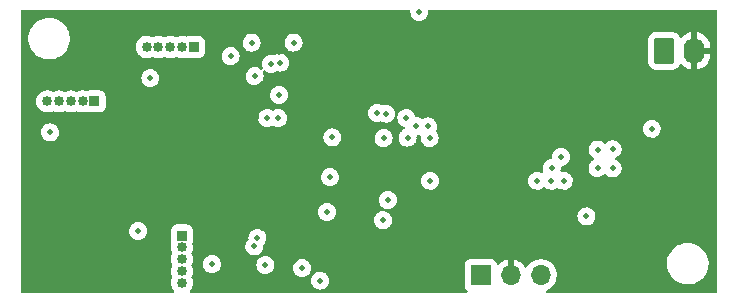
<source format=gbr>
%TF.GenerationSoftware,KiCad,Pcbnew,(6.0.6)*%
%TF.CreationDate,2022-07-04T15:46:39+03:00*%
%TF.ProjectId,gimble,67696d62-6c65-42e6-9b69-6361645f7063,0.2*%
%TF.SameCoordinates,Original*%
%TF.FileFunction,Copper,L2,Inr*%
%TF.FilePolarity,Positive*%
%FSLAX46Y46*%
G04 Gerber Fmt 4.6, Leading zero omitted, Abs format (unit mm)*
G04 Created by KiCad (PCBNEW (6.0.6)) date 2022-07-04 15:46:39*
%MOMM*%
%LPD*%
G01*
G04 APERTURE LIST*
G04 Aperture macros list*
%AMRoundRect*
0 Rectangle with rounded corners*
0 $1 Rounding radius*
0 $2 $3 $4 $5 $6 $7 $8 $9 X,Y pos of 4 corners*
0 Add a 4 corners polygon primitive as box body*
4,1,4,$2,$3,$4,$5,$6,$7,$8,$9,$2,$3,0*
0 Add four circle primitives for the rounded corners*
1,1,$1+$1,$2,$3*
1,1,$1+$1,$4,$5*
1,1,$1+$1,$6,$7*
1,1,$1+$1,$8,$9*
0 Add four rect primitives between the rounded corners*
20,1,$1+$1,$2,$3,$4,$5,0*
20,1,$1+$1,$4,$5,$6,$7,0*
20,1,$1+$1,$6,$7,$8,$9,0*
20,1,$1+$1,$8,$9,$2,$3,0*%
G04 Aperture macros list end*
%TA.AperFunction,ComponentPad*%
%ADD10R,0.850000X0.850000*%
%TD*%
%TA.AperFunction,ComponentPad*%
%ADD11O,0.850000X0.850000*%
%TD*%
%TA.AperFunction,ComponentPad*%
%ADD12R,1.700000X1.700000*%
%TD*%
%TA.AperFunction,ComponentPad*%
%ADD13O,1.700000X1.700000*%
%TD*%
%TA.AperFunction,ComponentPad*%
%ADD14RoundRect,0.250000X-0.620000X-0.845000X0.620000X-0.845000X0.620000X0.845000X-0.620000X0.845000X0*%
%TD*%
%TA.AperFunction,ComponentPad*%
%ADD15O,1.740000X2.190000*%
%TD*%
%TA.AperFunction,ViaPad*%
%ADD16C,0.500000*%
%TD*%
G04 APERTURE END LIST*
D10*
%TO.N,+5V*%
%TO.C,M500*%
X115190000Y-53680000D03*
D11*
%TO.N,Net-(M500-Pad2)*%
X114190000Y-53680000D03*
%TO.N,Net-(M500-Pad3)*%
X113190000Y-53680000D03*
%TO.N,Net-(M500-Pad4)*%
X112190000Y-53680000D03*
%TO.N,Net-(M500-Pad5)*%
X111190000Y-53680000D03*
%TD*%
D10*
%TO.N,+5V*%
%TO.C,M501*%
X106770000Y-58290000D03*
D11*
%TO.N,Net-(U501-Pad15)*%
X105770000Y-58290000D03*
%TO.N,Net-(U501-Pad13)*%
X104770000Y-58290000D03*
%TO.N,Net-(U501-Pad14)*%
X103770000Y-58290000D03*
%TO.N,Net-(U501-Pad16)*%
X102770000Y-58290000D03*
%TD*%
D12*
%TO.N,/RP2040/SWCLK*%
%TO.C,J300*%
X139475000Y-73000000D03*
D13*
%TO.N,GND*%
X142015000Y-73000000D03*
%TO.N,/RP2040/SWD*%
X144555000Y-73000000D03*
%TD*%
D14*
%TO.N,+12V*%
%TO.C,J201*%
X155000000Y-54000000D03*
D15*
%TO.N,GND*%
X157540000Y-54000000D03*
%TD*%
D10*
%TO.N,+5V*%
%TO.C,M502*%
X114170000Y-69640000D03*
D11*
%TO.N,Net-(U502-Pad15)*%
X114170000Y-70640000D03*
%TO.N,Net-(U502-Pad13)*%
X114170000Y-71640000D03*
%TO.N,Net-(U502-Pad14)*%
X114170000Y-72640000D03*
%TO.N,Net-(U502-Pad16)*%
X114170000Y-73640000D03*
%TD*%
D16*
%TO.N,+3V3*%
X126700000Y-64700000D03*
X134275000Y-50700000D03*
X150635000Y-63965000D03*
X121700000Y-55100000D03*
X122325000Y-59700000D03*
X118300000Y-54450000D03*
X131450000Y-59325000D03*
X122500000Y-55000000D03*
X135000000Y-60400000D03*
X149365000Y-63910000D03*
X121400000Y-59700000D03*
X131200000Y-68350000D03*
X149365000Y-62360000D03*
X150635000Y-62340000D03*
X134025000Y-60375000D03*
X133275000Y-61350000D03*
X120325000Y-56150000D03*
X148425000Y-68025000D03*
X131250000Y-61375000D03*
X122400000Y-57725000D03*
X135150070Y-61370751D03*
X126904891Y-61329831D03*
X120075000Y-53300000D03*
X135181407Y-65000036D03*
%TO.N,GND*%
X118175000Y-56675000D03*
X107950000Y-59775000D03*
X128000000Y-53250000D03*
X129975000Y-63050000D03*
X134500000Y-56750000D03*
X138004418Y-53196992D03*
X131000000Y-64000000D03*
X140100000Y-63400000D03*
X128000000Y-57000000D03*
X118825000Y-52900000D03*
X132925000Y-69875000D03*
X130050000Y-64875000D03*
X142025000Y-63000000D03*
X117950000Y-59025000D03*
X151850000Y-59200000D03*
X148075000Y-55150000D03*
X134219803Y-70831690D03*
X124750000Y-61250000D03*
X145000000Y-52050000D03*
X116350000Y-55125000D03*
X134250000Y-72725000D03*
X137100000Y-65000000D03*
X148075000Y-57800000D03*
X151900000Y-61875000D03*
X134250000Y-53150000D03*
X118650000Y-57350000D03*
X146000000Y-55500000D03*
X145150000Y-54700000D03*
X128000000Y-54500000D03*
X129850000Y-71325000D03*
X131975000Y-64900000D03*
X148090000Y-72990000D03*
X133075000Y-74150000D03*
X125270000Y-64450000D03*
X117690000Y-55790000D03*
X130000000Y-66625000D03*
X120975000Y-56825000D03*
X130500000Y-54500000D03*
X106620000Y-60380000D03*
X130500000Y-53250000D03*
X115450000Y-68350000D03*
X120425000Y-57350000D03*
X114550000Y-68350000D03*
X130500000Y-51250000D03*
X120425000Y-59675000D03*
X128900000Y-72150000D03*
X133075000Y-73525000D03*
X137250000Y-61400000D03*
X130500000Y-52250000D03*
X128550000Y-57475000D03*
X146300000Y-60200000D03*
X128000000Y-51250000D03*
X128000000Y-52250000D03*
X118550000Y-56175000D03*
X118625000Y-55500000D03*
X118775000Y-58025000D03*
X127600000Y-73325000D03*
X137275000Y-60350000D03*
X151830000Y-67970000D03*
X131925000Y-63050000D03*
X122400000Y-54100000D03*
X137700000Y-55475000D03*
X155400000Y-66175000D03*
X133250000Y-56750000D03*
%TO.N,+5V*%
X146250000Y-63000000D03*
X146500000Y-65000000D03*
X144250000Y-65000000D03*
X111500000Y-56320000D03*
X103000000Y-60910000D03*
X116720000Y-72060000D03*
X145450000Y-65000000D03*
X145490000Y-63900000D03*
%TO.N,+1V1*%
X130700000Y-59250000D03*
X131610000Y-66640000D03*
X133175000Y-59675500D03*
%TO.N,Net-(U502-Pad15)*%
X120570000Y-69850000D03*
X124350000Y-72410000D03*
%TO.N,Net-(U502-Pad13)*%
X121240000Y-72130000D03*
X120300000Y-70570000D03*
%TO.N,Net-(U502-Pad16)*%
X125870000Y-73460000D03*
%TO.N,P21*%
X126475000Y-67650000D03*
X110475000Y-69250000D03*
%TO.N,SS*%
X123625000Y-53300000D03*
X153950000Y-60600000D03*
%TD*%
%TA.AperFunction,Conductor*%
%TO.N,GND*%
G36*
X133459823Y-50528502D02*
G01*
X133506316Y-50582158D01*
X133516709Y-50650289D01*
X133511775Y-50689343D01*
X133528381Y-50858699D01*
X133582094Y-51020167D01*
X133585741Y-51026189D01*
X133585742Y-51026191D01*
X133599497Y-51048902D01*
X133670246Y-51165723D01*
X133788455Y-51288132D01*
X133930846Y-51381310D01*
X133937450Y-51383766D01*
X133937452Y-51383767D01*
X133973844Y-51397301D01*
X134090341Y-51440626D01*
X134259015Y-51463132D01*
X134266026Y-51462494D01*
X134266030Y-51462494D01*
X134421462Y-51448348D01*
X134428483Y-51447709D01*
X134435185Y-51445531D01*
X134435187Y-51445531D01*
X134583623Y-51397301D01*
X134583626Y-51397300D01*
X134590322Y-51395124D01*
X134736490Y-51307990D01*
X134741584Y-51303139D01*
X134741588Y-51303136D01*
X134832232Y-51216816D01*
X134859721Y-51190639D01*
X134953891Y-51048902D01*
X135014319Y-50889825D01*
X135038001Y-50721313D01*
X135038299Y-50700000D01*
X135036320Y-50682356D01*
X135032528Y-50648544D01*
X135044813Y-50578618D01*
X135092952Y-50526434D01*
X135157743Y-50508500D01*
X159365500Y-50508500D01*
X159433621Y-50528502D01*
X159480114Y-50582158D01*
X159491500Y-50634500D01*
X159491500Y-74365500D01*
X159471498Y-74433621D01*
X159417842Y-74480114D01*
X159365500Y-74491500D01*
X145142160Y-74491500D01*
X145074039Y-74471498D01*
X145027546Y-74417842D01*
X145017442Y-74347568D01*
X145046936Y-74282988D01*
X145086728Y-74252349D01*
X145197323Y-74198169D01*
X145252994Y-74170896D01*
X145434860Y-74041173D01*
X145593096Y-73883489D01*
X145623316Y-73841434D01*
X145720435Y-73706277D01*
X145723453Y-73702077D01*
X145725813Y-73697303D01*
X145820136Y-73506453D01*
X145820137Y-73506451D01*
X145822430Y-73501811D01*
X145887370Y-73288069D01*
X145916529Y-73066590D01*
X145917624Y-73021780D01*
X145918074Y-73003365D01*
X145918074Y-73003361D01*
X145918156Y-73000000D01*
X145899852Y-72777361D01*
X145845431Y-72560702D01*
X145756354Y-72355840D01*
X145693201Y-72258220D01*
X145637822Y-72172617D01*
X145637820Y-72172614D01*
X145635014Y-72168277D01*
X145602600Y-72132655D01*
X155239858Y-72132655D01*
X155275104Y-72391638D01*
X155276412Y-72396124D01*
X155276412Y-72396126D01*
X155290216Y-72443484D01*
X155348243Y-72642567D01*
X155350203Y-72646820D01*
X155350204Y-72646821D01*
X155352587Y-72651990D01*
X155457668Y-72879928D01*
X155481197Y-72915816D01*
X155598410Y-73094596D01*
X155598414Y-73094601D01*
X155600976Y-73098509D01*
X155775018Y-73293506D01*
X155975970Y-73460637D01*
X155979973Y-73463066D01*
X156195422Y-73593804D01*
X156195426Y-73593806D01*
X156199419Y-73596229D01*
X156440455Y-73697303D01*
X156693783Y-73761641D01*
X156698434Y-73762109D01*
X156698438Y-73762110D01*
X156891308Y-73781531D01*
X156910867Y-73783500D01*
X157066354Y-73783500D01*
X157068679Y-73783327D01*
X157068685Y-73783327D01*
X157256000Y-73769407D01*
X157256004Y-73769406D01*
X157260652Y-73769061D01*
X157265200Y-73768032D01*
X157265206Y-73768031D01*
X157451601Y-73725853D01*
X157515577Y-73711377D01*
X157528692Y-73706277D01*
X157754824Y-73618340D01*
X157754827Y-73618339D01*
X157759177Y-73616647D01*
X157986098Y-73486951D01*
X158191357Y-73325138D01*
X158370443Y-73134763D01*
X158519424Y-72920009D01*
X158528976Y-72900639D01*
X158632960Y-72689781D01*
X158632961Y-72689778D01*
X158635025Y-72685593D01*
X158642214Y-72663136D01*
X158713280Y-72441123D01*
X158714707Y-72436665D01*
X158756721Y-72178693D01*
X158758541Y-72039684D01*
X158760081Y-71922022D01*
X158760081Y-71922019D01*
X158760142Y-71917345D01*
X158724896Y-71658362D01*
X158721702Y-71647402D01*
X158670031Y-71470129D01*
X158651757Y-71407433D01*
X158542332Y-71170072D01*
X158470585Y-71060639D01*
X158401590Y-70955404D01*
X158401586Y-70955399D01*
X158399024Y-70951491D01*
X158224982Y-70756494D01*
X158024030Y-70589363D01*
X157882679Y-70503589D01*
X157804578Y-70456196D01*
X157804574Y-70456194D01*
X157800581Y-70453771D01*
X157559545Y-70352697D01*
X157306217Y-70288359D01*
X157301566Y-70287891D01*
X157301562Y-70287890D01*
X157092271Y-70266816D01*
X157089133Y-70266500D01*
X156933646Y-70266500D01*
X156931321Y-70266673D01*
X156931315Y-70266673D01*
X156744000Y-70280593D01*
X156743996Y-70280594D01*
X156739348Y-70280939D01*
X156734800Y-70281968D01*
X156734794Y-70281969D01*
X156600320Y-70312398D01*
X156484423Y-70338623D01*
X156480071Y-70340315D01*
X156480069Y-70340316D01*
X156245176Y-70431660D01*
X156245173Y-70431661D01*
X156240823Y-70433353D01*
X156236769Y-70435670D01*
X156236767Y-70435671D01*
X156208264Y-70451962D01*
X156013902Y-70563049D01*
X155808643Y-70724862D01*
X155629557Y-70915237D01*
X155480576Y-71129991D01*
X155478510Y-71134181D01*
X155478508Y-71134184D01*
X155380713Y-71332494D01*
X155364975Y-71364407D01*
X155363553Y-71368850D01*
X155363552Y-71368852D01*
X155361920Y-71373951D01*
X155285293Y-71613335D01*
X155243279Y-71871307D01*
X155242499Y-71930880D01*
X155240458Y-72086846D01*
X155239858Y-72132655D01*
X145602600Y-72132655D01*
X145484670Y-72003051D01*
X145480619Y-71999852D01*
X145480615Y-71999848D01*
X145313414Y-71867800D01*
X145313410Y-71867798D01*
X145309359Y-71864598D01*
X145273028Y-71844542D01*
X145216688Y-71813441D01*
X145113789Y-71756638D01*
X145108920Y-71754914D01*
X145108916Y-71754912D01*
X144908087Y-71683795D01*
X144908083Y-71683794D01*
X144903212Y-71682069D01*
X144898119Y-71681162D01*
X144898116Y-71681161D01*
X144688373Y-71643800D01*
X144688367Y-71643799D01*
X144683284Y-71642894D01*
X144609452Y-71641992D01*
X144465081Y-71640228D01*
X144465079Y-71640228D01*
X144459911Y-71640165D01*
X144239091Y-71673955D01*
X144026756Y-71743357D01*
X143953757Y-71781358D01*
X143879279Y-71820129D01*
X143828607Y-71846507D01*
X143824474Y-71849610D01*
X143824471Y-71849612D01*
X143676260Y-71960892D01*
X143649965Y-71980635D01*
X143646393Y-71984373D01*
X143509161Y-72127978D01*
X143495629Y-72142138D01*
X143492715Y-72146410D01*
X143492714Y-72146411D01*
X143387898Y-72300066D01*
X143332987Y-72345069D01*
X143262462Y-72353240D01*
X143198715Y-72321986D01*
X143178018Y-72297502D01*
X143097426Y-72172926D01*
X143091136Y-72164757D01*
X142947806Y-72007240D01*
X142940273Y-72000215D01*
X142773139Y-71868222D01*
X142764552Y-71862517D01*
X142578117Y-71759599D01*
X142568705Y-71755369D01*
X142367959Y-71684280D01*
X142357988Y-71681646D01*
X142286837Y-71668972D01*
X142273540Y-71670432D01*
X142269000Y-71684989D01*
X142269000Y-73128000D01*
X142248998Y-73196121D01*
X142195342Y-73242614D01*
X142143000Y-73254000D01*
X141887000Y-73254000D01*
X141818879Y-73233998D01*
X141772386Y-73180342D01*
X141761000Y-73128000D01*
X141761000Y-71683102D01*
X141757082Y-71669758D01*
X141742806Y-71667771D01*
X141704324Y-71673660D01*
X141694288Y-71676051D01*
X141491868Y-71742212D01*
X141482359Y-71746209D01*
X141293463Y-71844542D01*
X141284738Y-71850036D01*
X141114433Y-71977905D01*
X141106726Y-71984748D01*
X141029478Y-72065584D01*
X140967954Y-72101014D01*
X140897042Y-72097557D01*
X140839255Y-72056311D01*
X140820402Y-72022763D01*
X140778767Y-71911703D01*
X140775615Y-71903295D01*
X140688261Y-71786739D01*
X140571705Y-71699385D01*
X140435316Y-71648255D01*
X140373134Y-71641500D01*
X138576866Y-71641500D01*
X138514684Y-71648255D01*
X138378295Y-71699385D01*
X138261739Y-71786739D01*
X138174385Y-71903295D01*
X138123255Y-72039684D01*
X138116500Y-72101866D01*
X138116500Y-73898134D01*
X138123255Y-73960316D01*
X138174385Y-74096705D01*
X138261739Y-74213261D01*
X138268919Y-74218642D01*
X138268920Y-74218643D01*
X138330339Y-74264674D01*
X138372854Y-74321533D01*
X138377880Y-74392352D01*
X138343820Y-74454645D01*
X138281489Y-74488635D01*
X138254774Y-74491500D01*
X114942454Y-74491500D01*
X114874333Y-74471498D01*
X114827840Y-74417842D01*
X114817736Y-74347568D01*
X114848818Y-74281190D01*
X114924958Y-74196628D01*
X114924959Y-74196627D01*
X114929377Y-74191720D01*
X115015204Y-74043064D01*
X115024188Y-74027503D01*
X115024189Y-74027502D01*
X115027492Y-74021780D01*
X115088130Y-73835155D01*
X115093578Y-73783327D01*
X115107952Y-73646565D01*
X115108642Y-73640000D01*
X115094605Y-73506453D01*
X115088820Y-73451409D01*
X115088820Y-73451408D01*
X115088603Y-73449343D01*
X125106775Y-73449343D01*
X125123381Y-73618699D01*
X125177094Y-73780167D01*
X125180741Y-73786189D01*
X125180742Y-73786191D01*
X125257294Y-73912592D01*
X125265246Y-73925723D01*
X125383455Y-74048132D01*
X125389351Y-74051990D01*
X125492123Y-74119242D01*
X125525846Y-74141310D01*
X125532450Y-74143766D01*
X125532452Y-74143767D01*
X125568844Y-74157301D01*
X125685341Y-74200626D01*
X125854015Y-74223132D01*
X125861026Y-74222494D01*
X125861030Y-74222494D01*
X126016462Y-74208348D01*
X126023483Y-74207709D01*
X126030185Y-74205531D01*
X126030187Y-74205531D01*
X126178623Y-74157301D01*
X126178626Y-74157300D01*
X126185322Y-74155124D01*
X126331490Y-74067990D01*
X126336584Y-74063139D01*
X126336588Y-74063136D01*
X126403833Y-73999099D01*
X126454721Y-73950639D01*
X126480000Y-73912592D01*
X126527277Y-73841434D01*
X126548891Y-73808902D01*
X126609319Y-73649825D01*
X126633001Y-73481313D01*
X126633299Y-73460000D01*
X126614331Y-73290892D01*
X126611562Y-73282939D01*
X126568174Y-73158348D01*
X126558368Y-73130189D01*
X126552383Y-73120610D01*
X126516533Y-73063240D01*
X126468192Y-72985879D01*
X126348286Y-72865132D01*
X126332039Y-72854821D01*
X126254370Y-72805531D01*
X126204608Y-72773951D01*
X126044300Y-72716868D01*
X125875329Y-72696720D01*
X125868326Y-72697456D01*
X125868325Y-72697456D01*
X125713101Y-72713770D01*
X125713097Y-72713771D01*
X125706093Y-72714507D01*
X125699422Y-72716778D01*
X125551673Y-72767075D01*
X125551670Y-72767076D01*
X125545003Y-72769346D01*
X125539005Y-72773036D01*
X125539003Y-72773037D01*
X125406065Y-72854821D01*
X125406063Y-72854823D01*
X125400066Y-72858512D01*
X125278486Y-72977573D01*
X125274675Y-72983487D01*
X125274673Y-72983489D01*
X125214409Y-73077000D01*
X125186304Y-73120610D01*
X125167527Y-73172200D01*
X125133931Y-73264505D01*
X125128103Y-73280516D01*
X125106775Y-73449343D01*
X115088603Y-73449343D01*
X115088130Y-73444845D01*
X115027492Y-73258220D01*
X115013508Y-73233998D01*
X114995611Y-73203000D01*
X114978873Y-73134004D01*
X114995611Y-73077000D01*
X115024188Y-73027503D01*
X115024189Y-73027502D01*
X115027492Y-73021780D01*
X115069292Y-72893132D01*
X115086090Y-72841434D01*
X115086090Y-72841433D01*
X115088130Y-72835155D01*
X115092018Y-72798169D01*
X115107952Y-72646565D01*
X115108642Y-72640000D01*
X115105112Y-72606414D01*
X115088820Y-72451409D01*
X115088820Y-72451408D01*
X115088130Y-72444845D01*
X115076452Y-72408902D01*
X115029534Y-72264505D01*
X115027492Y-72258220D01*
X114995611Y-72203000D01*
X114978873Y-72134004D01*
X114995611Y-72077000D01*
X115011579Y-72049343D01*
X115956775Y-72049343D01*
X115973381Y-72218699D01*
X115975605Y-72225384D01*
X115975605Y-72225385D01*
X115994335Y-72281690D01*
X116027094Y-72380167D01*
X116030741Y-72386189D01*
X116030742Y-72386191D01*
X116090446Y-72484773D01*
X116115246Y-72525723D01*
X116233455Y-72648132D01*
X116297101Y-72689781D01*
X116363355Y-72733136D01*
X116375846Y-72741310D01*
X116382450Y-72743766D01*
X116382452Y-72743767D01*
X116418844Y-72757301D01*
X116535341Y-72800626D01*
X116704015Y-72823132D01*
X116711026Y-72822494D01*
X116711030Y-72822494D01*
X116866462Y-72808348D01*
X116873483Y-72807709D01*
X116880185Y-72805531D01*
X116880187Y-72805531D01*
X117028623Y-72757301D01*
X117028626Y-72757300D01*
X117035322Y-72755124D01*
X117181490Y-72667990D01*
X117186584Y-72663139D01*
X117186588Y-72663136D01*
X117293116Y-72561690D01*
X117304721Y-72550639D01*
X117318896Y-72529305D01*
X117370649Y-72451409D01*
X117398891Y-72408902D01*
X117459319Y-72249825D01*
X117477656Y-72119343D01*
X120476775Y-72119343D01*
X120493381Y-72288699D01*
X120495605Y-72295384D01*
X120495605Y-72295385D01*
X120512133Y-72345069D01*
X120547094Y-72450167D01*
X120550741Y-72456189D01*
X120550742Y-72456191D01*
X120618880Y-72568699D01*
X120635246Y-72595723D01*
X120753455Y-72718132D01*
X120793857Y-72744570D01*
X120887015Y-72805531D01*
X120895846Y-72811310D01*
X120902450Y-72813766D01*
X120902452Y-72813767D01*
X120938844Y-72827301D01*
X121055341Y-72870626D01*
X121224015Y-72893132D01*
X121231026Y-72892494D01*
X121231030Y-72892494D01*
X121386462Y-72878348D01*
X121393483Y-72877709D01*
X121400185Y-72875531D01*
X121400187Y-72875531D01*
X121548623Y-72827301D01*
X121548626Y-72827300D01*
X121555322Y-72825124D01*
X121701490Y-72737990D01*
X121706584Y-72733139D01*
X121706588Y-72733136D01*
X121804390Y-72640000D01*
X121824721Y-72620639D01*
X121843188Y-72592845D01*
X121914990Y-72484773D01*
X121918891Y-72478902D01*
X121949113Y-72399343D01*
X123586775Y-72399343D01*
X123603381Y-72568699D01*
X123657094Y-72730167D01*
X123660741Y-72736189D01*
X123660742Y-72736191D01*
X123737808Y-72863441D01*
X123745246Y-72875723D01*
X123863455Y-72998132D01*
X123893801Y-73017990D01*
X123962951Y-73063240D01*
X124005846Y-73091310D01*
X124012450Y-73093766D01*
X124012452Y-73093767D01*
X124048844Y-73107301D01*
X124165341Y-73150626D01*
X124334015Y-73173132D01*
X124341026Y-73172494D01*
X124341030Y-73172494D01*
X124496462Y-73158348D01*
X124503483Y-73157709D01*
X124510185Y-73155531D01*
X124510187Y-73155531D01*
X124658623Y-73107301D01*
X124658626Y-73107300D01*
X124665322Y-73105124D01*
X124811490Y-73017990D01*
X124816584Y-73013139D01*
X124816588Y-73013136D01*
X124914380Y-72920009D01*
X124934721Y-72900639D01*
X124948482Y-72879928D01*
X124986217Y-72823132D01*
X125028891Y-72758902D01*
X125089319Y-72599825D01*
X125113001Y-72431313D01*
X125113118Y-72422964D01*
X125113244Y-72413961D01*
X125113244Y-72413955D01*
X125113299Y-72410000D01*
X125094331Y-72240892D01*
X125038368Y-72080189D01*
X125032383Y-72070610D01*
X125002484Y-72022763D01*
X124948192Y-71935879D01*
X124924185Y-71911703D01*
X124854405Y-71841434D01*
X124828286Y-71815132D01*
X124815230Y-71806846D01*
X124736114Y-71756638D01*
X124684608Y-71723951D01*
X124524300Y-71666868D01*
X124355329Y-71646720D01*
X124348326Y-71647456D01*
X124348325Y-71647456D01*
X124193101Y-71663770D01*
X124193097Y-71663771D01*
X124186093Y-71664507D01*
X124179422Y-71666778D01*
X124031673Y-71717075D01*
X124031670Y-71717076D01*
X124025003Y-71719346D01*
X124019005Y-71723036D01*
X124019003Y-71723037D01*
X123886065Y-71804821D01*
X123886063Y-71804823D01*
X123880066Y-71808512D01*
X123758486Y-71927573D01*
X123754675Y-71933487D01*
X123754673Y-71933489D01*
X123675519Y-72056311D01*
X123666304Y-72070610D01*
X123608103Y-72230516D01*
X123586775Y-72399343D01*
X121949113Y-72399343D01*
X121979319Y-72319825D01*
X122003001Y-72151313D01*
X122003299Y-72130000D01*
X121984331Y-71960892D01*
X121967202Y-71911703D01*
X121942731Y-71841434D01*
X121928368Y-71800189D01*
X121922383Y-71790610D01*
X121892855Y-71743357D01*
X121838192Y-71655879D01*
X121825298Y-71642894D01*
X121723248Y-71540129D01*
X121718286Y-71535132D01*
X121702039Y-71524821D01*
X121663406Y-71500304D01*
X121574608Y-71443951D01*
X121414300Y-71386868D01*
X121245329Y-71366720D01*
X121238326Y-71367456D01*
X121238325Y-71367456D01*
X121083101Y-71383770D01*
X121083097Y-71383771D01*
X121076093Y-71384507D01*
X121069422Y-71386778D01*
X120921673Y-71437075D01*
X120921670Y-71437076D01*
X120915003Y-71439346D01*
X120909005Y-71443036D01*
X120909003Y-71443037D01*
X120776065Y-71524821D01*
X120776063Y-71524823D01*
X120770066Y-71528512D01*
X120765033Y-71533441D01*
X120654311Y-71641869D01*
X120648486Y-71647573D01*
X120644675Y-71653487D01*
X120644673Y-71653489D01*
X120560121Y-71784687D01*
X120556304Y-71790610D01*
X120553894Y-71797232D01*
X120506454Y-71927573D01*
X120498103Y-71950516D01*
X120476775Y-72119343D01*
X117477656Y-72119343D01*
X117483001Y-72081313D01*
X117483221Y-72065584D01*
X117483244Y-72063961D01*
X117483244Y-72063955D01*
X117483299Y-72060000D01*
X117464331Y-71890892D01*
X117456437Y-71868222D01*
X117418449Y-71759137D01*
X117408368Y-71730189D01*
X117402383Y-71720610D01*
X117361933Y-71655879D01*
X117318192Y-71585879D01*
X117198286Y-71465132D01*
X117182039Y-71454821D01*
X117107367Y-71407433D01*
X117054608Y-71373951D01*
X116894300Y-71316868D01*
X116725329Y-71296720D01*
X116718326Y-71297456D01*
X116718325Y-71297456D01*
X116563101Y-71313770D01*
X116563097Y-71313771D01*
X116556093Y-71314507D01*
X116549422Y-71316778D01*
X116401673Y-71367075D01*
X116401670Y-71367076D01*
X116395003Y-71369346D01*
X116389005Y-71373036D01*
X116389003Y-71373037D01*
X116256065Y-71454821D01*
X116256063Y-71454823D01*
X116250066Y-71458512D01*
X116128486Y-71577573D01*
X116124675Y-71583487D01*
X116124673Y-71583489D01*
X116040121Y-71714687D01*
X116036304Y-71720610D01*
X116033894Y-71727232D01*
X115983135Y-71866692D01*
X115978103Y-71880516D01*
X115956775Y-72049343D01*
X115011579Y-72049343D01*
X115024188Y-72027503D01*
X115024189Y-72027502D01*
X115027492Y-72021780D01*
X115077883Y-71866692D01*
X115086090Y-71841434D01*
X115086090Y-71841433D01*
X115088130Y-71835155D01*
X115091106Y-71806846D01*
X115107952Y-71646565D01*
X115108642Y-71640000D01*
X115089866Y-71461357D01*
X115088820Y-71451409D01*
X115088820Y-71451408D01*
X115088130Y-71444845D01*
X115085606Y-71437075D01*
X115051625Y-71332494D01*
X115027492Y-71258220D01*
X114995611Y-71203000D01*
X114978873Y-71134004D01*
X114995611Y-71077000D01*
X115024188Y-71027503D01*
X115024189Y-71027502D01*
X115027492Y-71021780D01*
X115088130Y-70835155D01*
X115099723Y-70724862D01*
X115107952Y-70646565D01*
X115108642Y-70640000D01*
X115100164Y-70559343D01*
X119536775Y-70559343D01*
X119553381Y-70728699D01*
X119607094Y-70890167D01*
X119610741Y-70896189D01*
X119610742Y-70896191D01*
X119690268Y-71027503D01*
X119695246Y-71035723D01*
X119813455Y-71158132D01*
X119955846Y-71251310D01*
X119962450Y-71253766D01*
X119962452Y-71253767D01*
X119998844Y-71267301D01*
X120115341Y-71310626D01*
X120284015Y-71333132D01*
X120291026Y-71332494D01*
X120291030Y-71332494D01*
X120446462Y-71318348D01*
X120453483Y-71317709D01*
X120460185Y-71315531D01*
X120460187Y-71315531D01*
X120608623Y-71267301D01*
X120608626Y-71267300D01*
X120615322Y-71265124D01*
X120761490Y-71177990D01*
X120766584Y-71173139D01*
X120766588Y-71173136D01*
X120867540Y-71077000D01*
X120884721Y-71060639D01*
X120978891Y-70918902D01*
X121039319Y-70759825D01*
X121063001Y-70591313D01*
X121063299Y-70570000D01*
X121055850Y-70503589D01*
X121068134Y-70433663D01*
X121094173Y-70398298D01*
X121102345Y-70390516D01*
X121154721Y-70340639D01*
X121173485Y-70312398D01*
X121203979Y-70266500D01*
X121248891Y-70198902D01*
X121309319Y-70039825D01*
X121333001Y-69871313D01*
X121333299Y-69850000D01*
X121314331Y-69680892D01*
X121258368Y-69520189D01*
X121252383Y-69510610D01*
X121208150Y-69439825D01*
X121168192Y-69375879D01*
X121048286Y-69255132D01*
X121040200Y-69250000D01*
X120993406Y-69220304D01*
X120904608Y-69163951D01*
X120744300Y-69106868D01*
X120575329Y-69086720D01*
X120568326Y-69087456D01*
X120568325Y-69087456D01*
X120413101Y-69103770D01*
X120413097Y-69103771D01*
X120406093Y-69104507D01*
X120399422Y-69106778D01*
X120251673Y-69157075D01*
X120251670Y-69157076D01*
X120245003Y-69159346D01*
X120239005Y-69163036D01*
X120239003Y-69163037D01*
X120106065Y-69244821D01*
X120106063Y-69244823D01*
X120100066Y-69248512D01*
X119978486Y-69367573D01*
X119974675Y-69373487D01*
X119974673Y-69373489D01*
X119931922Y-69439825D01*
X119886304Y-69510610D01*
X119828103Y-69670516D01*
X119806775Y-69839343D01*
X119808957Y-69861594D01*
X119814480Y-69917926D01*
X119801220Y-69987673D01*
X119777239Y-70020244D01*
X119708486Y-70087573D01*
X119704675Y-70093487D01*
X119704673Y-70093489D01*
X119632955Y-70204773D01*
X119616304Y-70230610D01*
X119558103Y-70390516D01*
X119536775Y-70559343D01*
X115100164Y-70559343D01*
X115088130Y-70444845D01*
X115083846Y-70431660D01*
X115058833Y-70354675D01*
X115056806Y-70283708D01*
X115060684Y-70271511D01*
X115093971Y-70182718D01*
X115093973Y-70182712D01*
X115096745Y-70175316D01*
X115103500Y-70113134D01*
X115103500Y-69166866D01*
X115096745Y-69104684D01*
X115045615Y-68968295D01*
X114958261Y-68851739D01*
X114841705Y-68764385D01*
X114705316Y-68713255D01*
X114643134Y-68706500D01*
X113696866Y-68706500D01*
X113634684Y-68713255D01*
X113498295Y-68764385D01*
X113381739Y-68851739D01*
X113294385Y-68968295D01*
X113243255Y-69104684D01*
X113236500Y-69166866D01*
X113236500Y-70113134D01*
X113243255Y-70175316D01*
X113246027Y-70182712D01*
X113246029Y-70182718D01*
X113279316Y-70271511D01*
X113284499Y-70342318D01*
X113281167Y-70354675D01*
X113256154Y-70431660D01*
X113251870Y-70444845D01*
X113231358Y-70640000D01*
X113232048Y-70646565D01*
X113240278Y-70724862D01*
X113251870Y-70835155D01*
X113312508Y-71021780D01*
X113315811Y-71027502D01*
X113315812Y-71027503D01*
X113344389Y-71077000D01*
X113361127Y-71145996D01*
X113344389Y-71203000D01*
X113312508Y-71258220D01*
X113288375Y-71332494D01*
X113254395Y-71437075D01*
X113251870Y-71444845D01*
X113251180Y-71451408D01*
X113251180Y-71451409D01*
X113250134Y-71461357D01*
X113231358Y-71640000D01*
X113232048Y-71646565D01*
X113248895Y-71806846D01*
X113251870Y-71835155D01*
X113253910Y-71841433D01*
X113253910Y-71841434D01*
X113262117Y-71866692D01*
X113312508Y-72021780D01*
X113315811Y-72027502D01*
X113315812Y-72027503D01*
X113344389Y-72077000D01*
X113361127Y-72145996D01*
X113344389Y-72203000D01*
X113312508Y-72258220D01*
X113310466Y-72264505D01*
X113263549Y-72408902D01*
X113251870Y-72444845D01*
X113251180Y-72451408D01*
X113251180Y-72451409D01*
X113234888Y-72606414D01*
X113231358Y-72640000D01*
X113232048Y-72646565D01*
X113247983Y-72798169D01*
X113251870Y-72835155D01*
X113253910Y-72841433D01*
X113253910Y-72841434D01*
X113270708Y-72893132D01*
X113312508Y-73021780D01*
X113315811Y-73027502D01*
X113315812Y-73027503D01*
X113344389Y-73077000D01*
X113361127Y-73145996D01*
X113344389Y-73203000D01*
X113326493Y-73233998D01*
X113312508Y-73258220D01*
X113251870Y-73444845D01*
X113251180Y-73451408D01*
X113251180Y-73451409D01*
X113245395Y-73506453D01*
X113231358Y-73640000D01*
X113232048Y-73646565D01*
X113246423Y-73783327D01*
X113251870Y-73835155D01*
X113312508Y-74021780D01*
X113315811Y-74027502D01*
X113315812Y-74027503D01*
X113324796Y-74043064D01*
X113410623Y-74191720D01*
X113415041Y-74196627D01*
X113415042Y-74196628D01*
X113491182Y-74281190D01*
X113521900Y-74345197D01*
X113513135Y-74415651D01*
X113467672Y-74470182D01*
X113397546Y-74491500D01*
X100634500Y-74491500D01*
X100566379Y-74471498D01*
X100519886Y-74417842D01*
X100508500Y-74365500D01*
X100508500Y-69239343D01*
X109711775Y-69239343D01*
X109728381Y-69408699D01*
X109782094Y-69570167D01*
X109785741Y-69576189D01*
X109785742Y-69576191D01*
X109849152Y-69680892D01*
X109870246Y-69715723D01*
X109988455Y-69838132D01*
X110130846Y-69931310D01*
X110137450Y-69933766D01*
X110137452Y-69933767D01*
X110173844Y-69947301D01*
X110290341Y-69990626D01*
X110459015Y-70013132D01*
X110466026Y-70012494D01*
X110466030Y-70012494D01*
X110621462Y-69998348D01*
X110628483Y-69997709D01*
X110635185Y-69995531D01*
X110635187Y-69995531D01*
X110783623Y-69947301D01*
X110783626Y-69947300D01*
X110790322Y-69945124D01*
X110936490Y-69857990D01*
X110941584Y-69853139D01*
X110941588Y-69853136D01*
X111008833Y-69789099D01*
X111059721Y-69740639D01*
X111153891Y-69598902D01*
X111214319Y-69439825D01*
X111238001Y-69271313D01*
X111238157Y-69260129D01*
X111238244Y-69253961D01*
X111238244Y-69253955D01*
X111238299Y-69250000D01*
X111219331Y-69080892D01*
X111205620Y-69041518D01*
X111169616Y-68938132D01*
X111163368Y-68920189D01*
X111157383Y-68910610D01*
X111101254Y-68820787D01*
X111073192Y-68775879D01*
X111063011Y-68765626D01*
X110958248Y-68660129D01*
X110953286Y-68655132D01*
X110937039Y-68644821D01*
X110879119Y-68608064D01*
X110809608Y-68563951D01*
X110649300Y-68506868D01*
X110480329Y-68486720D01*
X110473326Y-68487456D01*
X110473325Y-68487456D01*
X110318101Y-68503770D01*
X110318097Y-68503771D01*
X110311093Y-68504507D01*
X110304422Y-68506778D01*
X110156673Y-68557075D01*
X110156670Y-68557076D01*
X110150003Y-68559346D01*
X110144005Y-68563036D01*
X110144003Y-68563037D01*
X110011065Y-68644821D01*
X110011063Y-68644823D01*
X110005066Y-68648512D01*
X109883486Y-68767573D01*
X109879675Y-68773487D01*
X109879673Y-68773489D01*
X109833266Y-68845498D01*
X109791304Y-68910610D01*
X109781287Y-68938132D01*
X109741553Y-69047301D01*
X109733103Y-69070516D01*
X109711775Y-69239343D01*
X100508500Y-69239343D01*
X100508500Y-67639343D01*
X125711775Y-67639343D01*
X125728381Y-67808699D01*
X125782094Y-67970167D01*
X125785741Y-67976189D01*
X125785742Y-67976191D01*
X125830578Y-68050223D01*
X125870246Y-68115723D01*
X125988455Y-68238132D01*
X126130846Y-68331310D01*
X126137450Y-68333766D01*
X126137452Y-68333767D01*
X126184304Y-68351191D01*
X126290341Y-68390626D01*
X126459015Y-68413132D01*
X126466026Y-68412494D01*
X126466030Y-68412494D01*
X126621462Y-68398348D01*
X126628483Y-68397709D01*
X126635185Y-68395531D01*
X126635187Y-68395531D01*
X126783623Y-68347301D01*
X126783626Y-68347300D01*
X126790322Y-68345124D01*
X126800020Y-68339343D01*
X130436775Y-68339343D01*
X130453381Y-68508699D01*
X130455605Y-68515384D01*
X130455605Y-68515385D01*
X130457306Y-68520498D01*
X130507094Y-68670167D01*
X130510741Y-68676189D01*
X130510742Y-68676191D01*
X130571116Y-68775879D01*
X130595246Y-68815723D01*
X130713455Y-68938132D01*
X130855846Y-69031310D01*
X130862450Y-69033766D01*
X130862452Y-69033767D01*
X130898844Y-69047301D01*
X131015341Y-69090626D01*
X131184015Y-69113132D01*
X131191026Y-69112494D01*
X131191030Y-69112494D01*
X131346462Y-69098348D01*
X131353483Y-69097709D01*
X131360185Y-69095531D01*
X131360187Y-69095531D01*
X131508623Y-69047301D01*
X131508626Y-69047300D01*
X131515322Y-69045124D01*
X131661490Y-68957990D01*
X131666584Y-68953139D01*
X131666588Y-68953136D01*
X131765525Y-68858919D01*
X131784721Y-68840639D01*
X131878891Y-68698902D01*
X131939319Y-68539825D01*
X131963001Y-68371313D01*
X131963299Y-68350000D01*
X131944331Y-68180892D01*
X131932006Y-68145498D01*
X131890686Y-68026846D01*
X131888368Y-68020189D01*
X131884715Y-68014343D01*
X147661775Y-68014343D01*
X147678381Y-68183699D01*
X147680605Y-68190384D01*
X147680605Y-68190385D01*
X147703094Y-68257990D01*
X147732094Y-68345167D01*
X147735741Y-68351189D01*
X147735742Y-68351191D01*
X147772869Y-68412494D01*
X147820246Y-68490723D01*
X147938455Y-68613132D01*
X148080846Y-68706310D01*
X148087450Y-68708766D01*
X148087452Y-68708767D01*
X148123844Y-68722301D01*
X148240341Y-68765626D01*
X148409015Y-68788132D01*
X148416026Y-68787494D01*
X148416030Y-68787494D01*
X148571462Y-68773348D01*
X148578483Y-68772709D01*
X148585185Y-68770531D01*
X148585187Y-68770531D01*
X148733623Y-68722301D01*
X148733626Y-68722300D01*
X148740322Y-68720124D01*
X148886490Y-68632990D01*
X148891584Y-68628139D01*
X148891588Y-68628136D01*
X148984323Y-68539825D01*
X149009721Y-68515639D01*
X149015549Y-68506868D01*
X149056806Y-68444770D01*
X149103891Y-68373902D01*
X149164319Y-68214825D01*
X149188001Y-68046313D01*
X149188299Y-68025000D01*
X149169331Y-67855892D01*
X149166031Y-67846414D01*
X149115686Y-67701846D01*
X149113368Y-67695189D01*
X149107383Y-67685610D01*
X149056242Y-67603770D01*
X149023192Y-67550879D01*
X148903286Y-67430132D01*
X148887039Y-67419821D01*
X148825277Y-67380626D01*
X148759608Y-67338951D01*
X148599300Y-67281868D01*
X148430329Y-67261720D01*
X148423326Y-67262456D01*
X148423325Y-67262456D01*
X148268101Y-67278770D01*
X148268097Y-67278771D01*
X148261093Y-67279507D01*
X148254422Y-67281778D01*
X148106673Y-67332075D01*
X148106670Y-67332076D01*
X148100003Y-67334346D01*
X148094005Y-67338036D01*
X148094003Y-67338037D01*
X147961065Y-67419821D01*
X147961063Y-67419823D01*
X147955066Y-67423512D01*
X147833486Y-67542573D01*
X147829675Y-67548487D01*
X147829673Y-67548489D01*
X147752827Y-67667730D01*
X147741304Y-67685610D01*
X147683103Y-67845516D01*
X147661775Y-68014343D01*
X131884715Y-68014343D01*
X131882383Y-68010610D01*
X131852934Y-67963484D01*
X131798192Y-67875879D01*
X131785295Y-67862891D01*
X131683248Y-67760129D01*
X131678286Y-67755132D01*
X131662039Y-67744821D01*
X131583831Y-67695189D01*
X131534608Y-67663951D01*
X131456952Y-67636299D01*
X131399488Y-67594605D01*
X131388222Y-67565723D01*
X131371071Y-67582907D01*
X131295662Y-67597491D01*
X131244522Y-67591393D01*
X131205329Y-67586720D01*
X131198326Y-67587456D01*
X131198325Y-67587456D01*
X131043101Y-67603770D01*
X131043097Y-67603771D01*
X131036093Y-67604507D01*
X131029422Y-67606778D01*
X130881673Y-67657075D01*
X130881670Y-67657076D01*
X130875003Y-67659346D01*
X130869005Y-67663036D01*
X130869003Y-67663037D01*
X130736065Y-67744821D01*
X130736063Y-67744823D01*
X130730066Y-67748512D01*
X130608486Y-67867573D01*
X130516304Y-68010610D01*
X130458103Y-68170516D01*
X130436775Y-68339343D01*
X126800020Y-68339343D01*
X126936490Y-68257990D01*
X126941584Y-68253139D01*
X126941588Y-68253136D01*
X127021007Y-68177506D01*
X127059721Y-68140639D01*
X127153891Y-67998902D01*
X127214319Y-67839825D01*
X127238001Y-67671313D01*
X127238299Y-67650000D01*
X127219331Y-67480892D01*
X127163368Y-67320189D01*
X127157383Y-67310610D01*
X127126832Y-67261720D01*
X127073192Y-67175879D01*
X126953286Y-67055132D01*
X126937039Y-67044821D01*
X126898406Y-67020304D01*
X126809608Y-66963951D01*
X126649300Y-66906868D01*
X126480329Y-66886720D01*
X126473326Y-66887456D01*
X126473325Y-66887456D01*
X126318101Y-66903770D01*
X126318097Y-66903771D01*
X126311093Y-66904507D01*
X126304422Y-66906778D01*
X126156673Y-66957075D01*
X126156670Y-66957076D01*
X126150003Y-66959346D01*
X126144005Y-66963036D01*
X126144003Y-66963037D01*
X126011065Y-67044821D01*
X126011063Y-67044823D01*
X126005066Y-67048512D01*
X125883486Y-67167573D01*
X125879675Y-67173487D01*
X125879673Y-67173489D01*
X125809885Y-67281778D01*
X125791304Y-67310610D01*
X125733103Y-67470516D01*
X125711775Y-67639343D01*
X100508500Y-67639343D01*
X100508500Y-66629343D01*
X130846775Y-66629343D01*
X130863381Y-66798699D01*
X130917094Y-66960167D01*
X130920741Y-66966189D01*
X130920742Y-66966191D01*
X130972321Y-67051357D01*
X131005246Y-67105723D01*
X131123455Y-67228132D01*
X131129351Y-67231990D01*
X131255001Y-67314213D01*
X131265846Y-67321310D01*
X131354504Y-67354282D01*
X131411376Y-67396772D01*
X131421569Y-67424020D01*
X131437191Y-67407925D01*
X131506332Y-67391801D01*
X131515883Y-67392707D01*
X131524482Y-67393854D01*
X131594015Y-67403132D01*
X131601026Y-67402494D01*
X131601030Y-67402494D01*
X131756462Y-67388348D01*
X131763483Y-67387709D01*
X131770185Y-67385531D01*
X131770187Y-67385531D01*
X131918623Y-67337301D01*
X131918626Y-67337300D01*
X131925322Y-67335124D01*
X132071490Y-67247990D01*
X132076584Y-67243139D01*
X132076588Y-67243136D01*
X132161108Y-67162648D01*
X132194721Y-67130639D01*
X132288891Y-66988902D01*
X132349319Y-66829825D01*
X132373001Y-66661313D01*
X132373299Y-66640000D01*
X132354331Y-66470892D01*
X132298368Y-66310189D01*
X132292383Y-66300610D01*
X132270420Y-66265464D01*
X132208192Y-66165879D01*
X132088286Y-66045132D01*
X132072039Y-66034821D01*
X132033406Y-66010304D01*
X131944608Y-65953951D01*
X131784300Y-65896868D01*
X131615329Y-65876720D01*
X131608326Y-65877456D01*
X131608325Y-65877456D01*
X131453101Y-65893770D01*
X131453097Y-65893771D01*
X131446093Y-65894507D01*
X131439422Y-65896778D01*
X131291673Y-65947075D01*
X131291670Y-65947076D01*
X131285003Y-65949346D01*
X131279005Y-65953036D01*
X131279003Y-65953037D01*
X131146065Y-66034821D01*
X131146063Y-66034823D01*
X131140066Y-66038512D01*
X131018486Y-66157573D01*
X130926304Y-66300610D01*
X130868103Y-66460516D01*
X130846775Y-66629343D01*
X100508500Y-66629343D01*
X100508500Y-64689343D01*
X125936775Y-64689343D01*
X125953381Y-64858699D01*
X126007094Y-65020167D01*
X126010741Y-65026189D01*
X126010742Y-65026191D01*
X126024497Y-65048902D01*
X126095246Y-65165723D01*
X126213455Y-65288132D01*
X126355846Y-65381310D01*
X126362450Y-65383766D01*
X126362452Y-65383767D01*
X126398844Y-65397301D01*
X126515341Y-65440626D01*
X126684015Y-65463132D01*
X126691026Y-65462494D01*
X126691030Y-65462494D01*
X126846462Y-65448348D01*
X126853483Y-65447709D01*
X126860185Y-65445531D01*
X126860187Y-65445531D01*
X127008623Y-65397301D01*
X127008626Y-65397300D01*
X127015322Y-65395124D01*
X127161490Y-65307990D01*
X127166584Y-65303139D01*
X127166588Y-65303136D01*
X127233833Y-65239099D01*
X127284721Y-65190639D01*
X127289876Y-65182881D01*
X127374990Y-65054773D01*
X127378891Y-65048902D01*
X127401502Y-64989379D01*
X134418182Y-64989379D01*
X134434788Y-65158735D01*
X134437012Y-65165420D01*
X134437012Y-65165421D01*
X134438797Y-65170787D01*
X134488501Y-65320203D01*
X134492148Y-65326225D01*
X134492149Y-65326227D01*
X134572984Y-65459700D01*
X134576653Y-65465759D01*
X134694862Y-65588168D01*
X134837253Y-65681346D01*
X134843857Y-65683802D01*
X134843859Y-65683803D01*
X134880154Y-65697301D01*
X134996748Y-65740662D01*
X135165422Y-65763168D01*
X135172433Y-65762530D01*
X135172437Y-65762530D01*
X135327869Y-65748384D01*
X135334890Y-65747745D01*
X135341592Y-65745567D01*
X135341594Y-65745567D01*
X135490030Y-65697337D01*
X135490033Y-65697336D01*
X135496729Y-65695160D01*
X135642897Y-65608026D01*
X135647991Y-65603175D01*
X135647995Y-65603172D01*
X135727692Y-65527277D01*
X135766128Y-65490675D01*
X135780249Y-65469422D01*
X135832008Y-65391518D01*
X135860298Y-65348938D01*
X135920726Y-65189861D01*
X135944408Y-65021349D01*
X135944706Y-65000036D01*
X135943507Y-64989343D01*
X143486775Y-64989343D01*
X143503381Y-65158699D01*
X143505605Y-65165384D01*
X143505605Y-65165385D01*
X143507402Y-65170787D01*
X143557094Y-65320167D01*
X143560741Y-65326189D01*
X143560742Y-65326191D01*
X143630047Y-65440626D01*
X143645246Y-65465723D01*
X143763455Y-65588132D01*
X143905846Y-65681310D01*
X143912450Y-65683766D01*
X143912452Y-65683767D01*
X143943087Y-65695160D01*
X144065341Y-65740626D01*
X144234015Y-65763132D01*
X144241026Y-65762494D01*
X144241030Y-65762494D01*
X144396462Y-65748348D01*
X144403483Y-65747709D01*
X144410185Y-65745531D01*
X144410187Y-65745531D01*
X144558623Y-65697301D01*
X144558626Y-65697300D01*
X144565322Y-65695124D01*
X144711490Y-65607990D01*
X144716584Y-65603139D01*
X144716588Y-65603136D01*
X144762127Y-65559769D01*
X144825252Y-65527277D01*
X144895923Y-65534070D01*
X144939655Y-65563487D01*
X144958560Y-65583064D01*
X144958564Y-65583068D01*
X144963455Y-65588132D01*
X145105846Y-65681310D01*
X145112450Y-65683766D01*
X145112452Y-65683767D01*
X145143087Y-65695160D01*
X145265341Y-65740626D01*
X145434015Y-65763132D01*
X145441026Y-65762494D01*
X145441030Y-65762494D01*
X145596462Y-65748348D01*
X145603483Y-65747709D01*
X145610185Y-65745531D01*
X145610187Y-65745531D01*
X145758623Y-65697301D01*
X145758626Y-65697300D01*
X145765322Y-65695124D01*
X145911490Y-65607990D01*
X145912893Y-65610344D01*
X145967611Y-65589522D01*
X146037084Y-65604155D01*
X146046423Y-65609706D01*
X146131684Y-65665499D01*
X146155846Y-65681310D01*
X146162450Y-65683766D01*
X146162452Y-65683767D01*
X146193087Y-65695160D01*
X146315341Y-65740626D01*
X146484015Y-65763132D01*
X146491026Y-65762494D01*
X146491030Y-65762494D01*
X146646462Y-65748348D01*
X146653483Y-65747709D01*
X146660185Y-65745531D01*
X146660187Y-65745531D01*
X146808623Y-65697301D01*
X146808626Y-65697300D01*
X146815322Y-65695124D01*
X146961490Y-65607990D01*
X146966584Y-65603139D01*
X146966588Y-65603136D01*
X147046247Y-65527277D01*
X147084721Y-65490639D01*
X147178891Y-65348902D01*
X147239319Y-65189825D01*
X147263001Y-65021313D01*
X147263299Y-65000000D01*
X147244331Y-64830892D01*
X147188368Y-64670189D01*
X147182383Y-64660610D01*
X147145457Y-64601518D01*
X147098192Y-64525879D01*
X147092867Y-64520516D01*
X146983248Y-64410129D01*
X146978286Y-64405132D01*
X146971207Y-64400639D01*
X146903216Y-64357491D01*
X146834608Y-64313951D01*
X146674300Y-64256868D01*
X146505329Y-64236720D01*
X146498326Y-64237456D01*
X146498325Y-64237456D01*
X146449026Y-64242638D01*
X146362364Y-64251746D01*
X146292527Y-64238974D01*
X146240680Y-64190472D01*
X146223286Y-64121639D01*
X146227054Y-64095789D01*
X146229319Y-64089825D01*
X146253001Y-63921313D01*
X146253299Y-63900000D01*
X146253225Y-63899343D01*
X148601775Y-63899343D01*
X148618381Y-64068699D01*
X148620605Y-64075384D01*
X148620605Y-64075385D01*
X148627163Y-64095100D01*
X148672094Y-64230167D01*
X148675741Y-64236189D01*
X148675742Y-64236191D01*
X148755104Y-64367232D01*
X148760246Y-64375723D01*
X148878455Y-64498132D01*
X148913218Y-64520880D01*
X148998358Y-64576594D01*
X149020846Y-64591310D01*
X149027450Y-64593766D01*
X149027452Y-64593767D01*
X149063844Y-64607301D01*
X149180341Y-64650626D01*
X149349015Y-64673132D01*
X149356026Y-64672494D01*
X149356030Y-64672494D01*
X149511462Y-64658348D01*
X149518483Y-64657709D01*
X149525185Y-64655531D01*
X149525187Y-64655531D01*
X149673623Y-64607301D01*
X149673626Y-64607300D01*
X149680322Y-64605124D01*
X149826490Y-64517990D01*
X149831584Y-64513139D01*
X149831588Y-64513136D01*
X149885925Y-64461391D01*
X149949050Y-64428899D01*
X150019721Y-64435692D01*
X150063454Y-64465111D01*
X150126978Y-64530892D01*
X150148455Y-64553132D01*
X150290846Y-64646310D01*
X150297450Y-64648766D01*
X150297452Y-64648767D01*
X150329297Y-64660610D01*
X150450341Y-64705626D01*
X150619015Y-64728132D01*
X150626026Y-64727494D01*
X150626030Y-64727494D01*
X150781462Y-64713348D01*
X150788483Y-64712709D01*
X150795185Y-64710531D01*
X150795187Y-64710531D01*
X150943623Y-64662301D01*
X150943626Y-64662300D01*
X150950322Y-64660124D01*
X151096490Y-64572990D01*
X151101584Y-64568139D01*
X151101588Y-64568136D01*
X151209774Y-64465111D01*
X151219721Y-64455639D01*
X151260129Y-64394821D01*
X151276819Y-64369700D01*
X151313891Y-64313902D01*
X151374319Y-64154825D01*
X151398001Y-63986313D01*
X151398299Y-63965000D01*
X151379331Y-63795892D01*
X151367800Y-63762778D01*
X151325686Y-63641846D01*
X151323368Y-63635189D01*
X151233192Y-63490879D01*
X151113286Y-63370132D01*
X151097039Y-63359821D01*
X151023955Y-63313441D01*
X150969608Y-63278951D01*
X150950398Y-63272111D01*
X150892935Y-63230419D01*
X150867134Y-63164276D01*
X150881188Y-63094685D01*
X150930635Y-63043738D01*
X150940614Y-63038666D01*
X150943626Y-63037300D01*
X150950322Y-63035124D01*
X151096490Y-62947990D01*
X151101584Y-62943139D01*
X151101588Y-62943136D01*
X151198719Y-62850639D01*
X151219721Y-62830639D01*
X151230845Y-62813897D01*
X151309990Y-62694773D01*
X151313891Y-62688902D01*
X151374319Y-62529825D01*
X151398001Y-62361313D01*
X151398118Y-62352964D01*
X151398244Y-62343961D01*
X151398244Y-62343955D01*
X151398299Y-62340000D01*
X151379331Y-62170892D01*
X151366119Y-62132951D01*
X151338805Y-62054518D01*
X151323368Y-62010189D01*
X151233192Y-61865879D01*
X151113286Y-61745132D01*
X151097039Y-61734821D01*
X151058406Y-61710304D01*
X150969608Y-61653951D01*
X150809300Y-61596868D01*
X150640329Y-61576720D01*
X150633326Y-61577456D01*
X150633325Y-61577456D01*
X150478101Y-61593770D01*
X150478097Y-61593771D01*
X150471093Y-61594507D01*
X150464422Y-61596778D01*
X150316673Y-61647075D01*
X150316670Y-61647076D01*
X150310003Y-61649346D01*
X150304005Y-61653036D01*
X150304003Y-61653037D01*
X150171065Y-61734821D01*
X150171063Y-61734823D01*
X150165066Y-61738512D01*
X150081051Y-61820787D01*
X150077926Y-61823847D01*
X150015261Y-61857218D01*
X149944503Y-61851412D01*
X149900362Y-61822608D01*
X149848248Y-61770129D01*
X149843286Y-61765132D01*
X149827039Y-61754821D01*
X149767937Y-61717314D01*
X149699608Y-61673951D01*
X149539300Y-61616868D01*
X149370329Y-61596720D01*
X149363326Y-61597456D01*
X149363325Y-61597456D01*
X149208101Y-61613770D01*
X149208097Y-61613771D01*
X149201093Y-61614507D01*
X149194422Y-61616778D01*
X149046673Y-61667075D01*
X149046670Y-61667076D01*
X149040003Y-61669346D01*
X149034005Y-61673036D01*
X149034003Y-61673037D01*
X148901065Y-61754821D01*
X148901063Y-61754823D01*
X148895066Y-61758512D01*
X148890033Y-61763441D01*
X148780711Y-61870498D01*
X148773486Y-61877573D01*
X148769675Y-61883487D01*
X148769673Y-61883489D01*
X148703226Y-61986594D01*
X148681304Y-62020610D01*
X148664037Y-62068052D01*
X148638530Y-62138132D01*
X148623103Y-62180516D01*
X148601775Y-62349343D01*
X148618381Y-62518699D01*
X148672094Y-62680167D01*
X148675741Y-62686189D01*
X148675742Y-62686191D01*
X148748134Y-62805723D01*
X148760246Y-62825723D01*
X148878455Y-62948132D01*
X148997598Y-63026097D01*
X149004226Y-63030434D01*
X149050275Y-63084471D01*
X149059798Y-63154826D01*
X149029774Y-63219161D01*
X149001255Y-63243184D01*
X148901065Y-63304821D01*
X148901063Y-63304823D01*
X148895066Y-63308512D01*
X148838902Y-63363512D01*
X148783698Y-63417573D01*
X148773486Y-63427573D01*
X148769675Y-63433487D01*
X148769673Y-63433489D01*
X148685121Y-63564687D01*
X148681304Y-63570610D01*
X148623103Y-63730516D01*
X148601775Y-63899343D01*
X146253225Y-63899343D01*
X146252250Y-63890646D01*
X146264531Y-63820720D01*
X146312668Y-63768534D01*
X146366044Y-63751116D01*
X146403483Y-63747709D01*
X146410185Y-63745531D01*
X146410187Y-63745531D01*
X146558623Y-63697301D01*
X146558626Y-63697300D01*
X146565322Y-63695124D01*
X146711490Y-63607990D01*
X146716584Y-63603139D01*
X146716588Y-63603136D01*
X146800903Y-63522843D01*
X146834721Y-63490639D01*
X146872692Y-63433489D01*
X146924990Y-63354773D01*
X146928891Y-63348902D01*
X146989319Y-63189825D01*
X147013001Y-63021313D01*
X147013299Y-63000000D01*
X146994331Y-62830892D01*
X146938368Y-62670189D01*
X146932383Y-62660610D01*
X146910420Y-62625464D01*
X146848192Y-62525879D01*
X146728286Y-62405132D01*
X146712039Y-62394821D01*
X146651426Y-62356355D01*
X146584608Y-62313951D01*
X146424300Y-62256868D01*
X146255329Y-62236720D01*
X146248326Y-62237456D01*
X146248325Y-62237456D01*
X146093101Y-62253770D01*
X146093097Y-62253771D01*
X146086093Y-62254507D01*
X146079422Y-62256778D01*
X145931673Y-62307075D01*
X145931670Y-62307076D01*
X145925003Y-62309346D01*
X145919005Y-62313036D01*
X145919003Y-62313037D01*
X145786065Y-62394821D01*
X145786063Y-62394823D01*
X145780066Y-62398512D01*
X145658486Y-62517573D01*
X145654675Y-62523487D01*
X145654673Y-62523489D01*
X145570121Y-62654687D01*
X145566304Y-62660610D01*
X145508103Y-62820516D01*
X145486775Y-62989343D01*
X145487463Y-62996358D01*
X145488955Y-63011581D01*
X145475695Y-63081328D01*
X145426832Y-63132835D01*
X145376727Y-63149185D01*
X145362137Y-63150719D01*
X145326093Y-63154507D01*
X145319422Y-63156778D01*
X145171673Y-63207075D01*
X145171670Y-63207076D01*
X145165003Y-63209346D01*
X145159005Y-63213036D01*
X145159003Y-63213037D01*
X145026065Y-63294821D01*
X145026063Y-63294823D01*
X145020066Y-63298512D01*
X144997992Y-63320129D01*
X144904309Y-63411871D01*
X144898486Y-63417573D01*
X144894675Y-63423487D01*
X144894673Y-63423489D01*
X144851243Y-63490879D01*
X144806304Y-63560610D01*
X144776737Y-63641846D01*
X144756553Y-63697301D01*
X144748103Y-63720516D01*
X144726775Y-63889343D01*
X144743381Y-64058699D01*
X144745605Y-64065384D01*
X144745605Y-64065385D01*
X144748932Y-64075385D01*
X144760490Y-64110129D01*
X144781811Y-64174223D01*
X144784334Y-64245175D01*
X144748097Y-64306227D01*
X144684605Y-64337997D01*
X144614017Y-64330396D01*
X144594744Y-64320384D01*
X144584608Y-64313951D01*
X144424300Y-64256868D01*
X144255329Y-64236720D01*
X144248326Y-64237456D01*
X144248325Y-64237456D01*
X144093101Y-64253770D01*
X144093097Y-64253771D01*
X144086093Y-64254507D01*
X144079422Y-64256778D01*
X143931673Y-64307075D01*
X143931670Y-64307076D01*
X143925003Y-64309346D01*
X143919005Y-64313036D01*
X143919003Y-64313037D01*
X143786065Y-64394821D01*
X143786063Y-64394823D01*
X143780066Y-64398512D01*
X143727726Y-64449768D01*
X143683514Y-64493064D01*
X143658486Y-64517573D01*
X143654675Y-64523487D01*
X143654673Y-64523489D01*
X143578006Y-64642452D01*
X143566304Y-64660610D01*
X143508103Y-64820516D01*
X143486775Y-64989343D01*
X135943507Y-64989343D01*
X135925738Y-64830928D01*
X135869775Y-64670225D01*
X135866019Y-64664213D01*
X135829095Y-64605124D01*
X135779599Y-64525915D01*
X135766425Y-64512648D01*
X135664655Y-64410165D01*
X135659693Y-64405168D01*
X135652557Y-64400639D01*
X135603804Y-64369700D01*
X135516015Y-64313987D01*
X135355707Y-64256904D01*
X135186736Y-64236756D01*
X135179733Y-64237492D01*
X135179732Y-64237492D01*
X135024508Y-64253806D01*
X135024504Y-64253807D01*
X135017500Y-64254543D01*
X135010829Y-64256814D01*
X134863080Y-64307111D01*
X134863077Y-64307112D01*
X134856410Y-64309382D01*
X134850412Y-64313072D01*
X134850410Y-64313073D01*
X134717472Y-64394857D01*
X134717470Y-64394859D01*
X134711473Y-64398548D01*
X134589893Y-64517609D01*
X134586082Y-64523523D01*
X134586080Y-64523525D01*
X134503568Y-64651558D01*
X134497711Y-64660646D01*
X134439510Y-64820552D01*
X134418182Y-64989379D01*
X127401502Y-64989379D01*
X127439319Y-64889825D01*
X127463001Y-64721313D01*
X127463152Y-64710531D01*
X127463244Y-64703961D01*
X127463244Y-64703955D01*
X127463299Y-64700000D01*
X127444331Y-64530892D01*
X127440845Y-64520880D01*
X127400549Y-64405168D01*
X127388368Y-64370189D01*
X127382383Y-64360610D01*
X127353226Y-64313951D01*
X127298192Y-64225879D01*
X127178286Y-64105132D01*
X127162039Y-64094821D01*
X127094075Y-64051690D01*
X127034608Y-64013951D01*
X126874300Y-63956868D01*
X126705329Y-63936720D01*
X126698326Y-63937456D01*
X126698325Y-63937456D01*
X126543101Y-63953770D01*
X126543097Y-63953771D01*
X126536093Y-63954507D01*
X126529422Y-63956778D01*
X126381673Y-64007075D01*
X126381670Y-64007076D01*
X126375003Y-64009346D01*
X126369005Y-64013036D01*
X126369003Y-64013037D01*
X126236065Y-64094821D01*
X126236063Y-64094823D01*
X126230066Y-64098512D01*
X126108486Y-64217573D01*
X126104677Y-64223484D01*
X126104673Y-64223489D01*
X126043915Y-64317766D01*
X126016304Y-64360610D01*
X125991449Y-64428899D01*
X125960954Y-64512684D01*
X125958103Y-64520516D01*
X125936775Y-64689343D01*
X100508500Y-64689343D01*
X100508500Y-60899343D01*
X102236775Y-60899343D01*
X102253381Y-61068699D01*
X102307094Y-61230167D01*
X102310741Y-61236189D01*
X102310742Y-61236191D01*
X102390185Y-61367366D01*
X102395246Y-61375723D01*
X102513455Y-61498132D01*
X102543801Y-61517990D01*
X102634825Y-61577554D01*
X102655846Y-61591310D01*
X102662450Y-61593766D01*
X102662452Y-61593767D01*
X102698844Y-61607301D01*
X102815341Y-61650626D01*
X102984015Y-61673132D01*
X102991026Y-61672494D01*
X102991030Y-61672494D01*
X103146462Y-61658348D01*
X103153483Y-61657709D01*
X103160185Y-61655531D01*
X103160187Y-61655531D01*
X103308623Y-61607301D01*
X103308626Y-61607300D01*
X103315322Y-61605124D01*
X103461490Y-61517990D01*
X103466584Y-61513139D01*
X103466588Y-61513136D01*
X103533833Y-61449099D01*
X103584721Y-61400639D01*
X103590419Y-61392064D01*
X103638847Y-61319174D01*
X126141666Y-61319174D01*
X126158272Y-61488530D01*
X126160496Y-61495215D01*
X126160496Y-61495216D01*
X126164981Y-61508699D01*
X126211985Y-61649998D01*
X126215632Y-61656020D01*
X126215633Y-61656022D01*
X126281713Y-61765132D01*
X126300137Y-61795554D01*
X126418346Y-61917963D01*
X126454200Y-61941425D01*
X126511225Y-61978741D01*
X126560737Y-62011141D01*
X126567341Y-62013597D01*
X126567343Y-62013598D01*
X126614969Y-62031310D01*
X126720232Y-62070457D01*
X126888906Y-62092963D01*
X126895917Y-62092325D01*
X126895921Y-62092325D01*
X127051353Y-62078179D01*
X127058374Y-62077540D01*
X127065076Y-62075362D01*
X127065078Y-62075362D01*
X127213514Y-62027132D01*
X127213517Y-62027131D01*
X127220213Y-62024955D01*
X127366381Y-61937821D01*
X127371475Y-61932970D01*
X127371479Y-61932967D01*
X127452807Y-61855519D01*
X127489612Y-61820470D01*
X127583782Y-61678733D01*
X127644210Y-61519656D01*
X127666037Y-61364343D01*
X130486775Y-61364343D01*
X130503381Y-61533699D01*
X130505605Y-61540384D01*
X130505605Y-61540385D01*
X130523363Y-61593767D01*
X130557094Y-61695167D01*
X130560741Y-61701189D01*
X130560742Y-61701191D01*
X130635026Y-61823847D01*
X130645246Y-61840723D01*
X130763455Y-61963132D01*
X130786384Y-61978136D01*
X130899353Y-62052061D01*
X130905846Y-62056310D01*
X130912450Y-62058766D01*
X130912452Y-62058767D01*
X130985594Y-62085968D01*
X131065341Y-62115626D01*
X131234015Y-62138132D01*
X131241026Y-62137494D01*
X131241030Y-62137494D01*
X131396462Y-62123348D01*
X131403483Y-62122709D01*
X131410185Y-62120531D01*
X131410187Y-62120531D01*
X131558623Y-62072301D01*
X131558626Y-62072300D01*
X131565322Y-62070124D01*
X131711490Y-61982990D01*
X131716584Y-61978139D01*
X131716588Y-61978136D01*
X131813467Y-61885879D01*
X131834721Y-61865639D01*
X131844174Y-61851412D01*
X131924990Y-61729773D01*
X131928891Y-61723902D01*
X131989319Y-61564825D01*
X132013001Y-61396313D01*
X132013299Y-61375000D01*
X131994331Y-61205892D01*
X131986382Y-61183064D01*
X131957394Y-61099825D01*
X131938368Y-61045189D01*
X131932383Y-61035610D01*
X131899501Y-60982990D01*
X131848192Y-60900879D01*
X131839722Y-60892349D01*
X131748426Y-60800413D01*
X131728286Y-60780132D01*
X131712039Y-60769821D01*
X131655969Y-60734238D01*
X131584608Y-60688951D01*
X131424300Y-60631868D01*
X131255329Y-60611720D01*
X131248326Y-60612456D01*
X131248325Y-60612456D01*
X131093101Y-60628770D01*
X131093097Y-60628771D01*
X131086093Y-60629507D01*
X131079422Y-60631778D01*
X130931673Y-60682075D01*
X130931670Y-60682076D01*
X130925003Y-60684346D01*
X130919005Y-60688036D01*
X130919003Y-60688037D01*
X130786065Y-60769821D01*
X130786063Y-60769823D01*
X130780066Y-60773512D01*
X130752596Y-60800413D01*
X130690028Y-60861685D01*
X130658486Y-60892573D01*
X130654675Y-60898487D01*
X130654673Y-60898489D01*
X130578148Y-61017232D01*
X130566304Y-61035610D01*
X130535395Y-61120531D01*
X130510791Y-61188132D01*
X130508103Y-61195516D01*
X130486775Y-61364343D01*
X127666037Y-61364343D01*
X127667892Y-61351144D01*
X127668057Y-61339343D01*
X127668135Y-61333792D01*
X127668135Y-61333786D01*
X127668190Y-61329831D01*
X127649222Y-61160723D01*
X127593259Y-61000020D01*
X127587274Y-60990441D01*
X127564985Y-60954773D01*
X127503083Y-60855710D01*
X127383177Y-60734963D01*
X127366930Y-60724652D01*
X127328297Y-60700135D01*
X127239499Y-60643782D01*
X127079191Y-60586699D01*
X126910220Y-60566551D01*
X126903217Y-60567287D01*
X126903216Y-60567287D01*
X126747992Y-60583601D01*
X126747988Y-60583602D01*
X126740984Y-60584338D01*
X126734313Y-60586609D01*
X126586564Y-60636906D01*
X126586561Y-60636907D01*
X126579894Y-60639177D01*
X126573896Y-60642867D01*
X126573894Y-60642868D01*
X126440956Y-60724652D01*
X126440954Y-60724654D01*
X126434957Y-60728343D01*
X126313377Y-60847404D01*
X126309566Y-60853318D01*
X126309564Y-60853320D01*
X126225997Y-60982990D01*
X126221195Y-60990441D01*
X126190278Y-61075385D01*
X126165527Y-61143389D01*
X126162994Y-61150347D01*
X126141666Y-61319174D01*
X103638847Y-61319174D01*
X103657221Y-61291518D01*
X103678891Y-61258902D01*
X103739319Y-61099825D01*
X103763001Y-60931313D01*
X103763299Y-60910000D01*
X103744331Y-60740892D01*
X103741678Y-60733272D01*
X103712669Y-60649971D01*
X103688368Y-60580189D01*
X103682383Y-60570610D01*
X103651748Y-60521586D01*
X103598192Y-60435879D01*
X103583728Y-60421313D01*
X103483248Y-60320129D01*
X103478286Y-60315132D01*
X103462564Y-60305154D01*
X103402808Y-60267232D01*
X103334608Y-60223951D01*
X103174300Y-60166868D01*
X103005329Y-60146720D01*
X102998326Y-60147456D01*
X102998325Y-60147456D01*
X102843101Y-60163770D01*
X102843097Y-60163771D01*
X102836093Y-60164507D01*
X102829422Y-60166778D01*
X102681673Y-60217075D01*
X102681670Y-60217076D01*
X102675003Y-60219346D01*
X102669005Y-60223036D01*
X102669003Y-60223037D01*
X102536065Y-60304821D01*
X102536063Y-60304823D01*
X102530066Y-60308512D01*
X102525033Y-60313441D01*
X102432598Y-60403961D01*
X102408486Y-60427573D01*
X102404675Y-60433487D01*
X102404673Y-60433489D01*
X102347898Y-60521586D01*
X102316304Y-60570610D01*
X102258103Y-60730516D01*
X102236775Y-60899343D01*
X100508500Y-60899343D01*
X100508500Y-59689343D01*
X120636775Y-59689343D01*
X120653381Y-59858699D01*
X120655605Y-59865384D01*
X120655605Y-59865385D01*
X120677535Y-59931310D01*
X120707094Y-60020167D01*
X120710741Y-60026189D01*
X120710742Y-60026191D01*
X120776761Y-60135200D01*
X120795246Y-60165723D01*
X120913455Y-60288132D01*
X120962352Y-60320129D01*
X121022155Y-60359263D01*
X121055846Y-60381310D01*
X121062450Y-60383766D01*
X121062452Y-60383767D01*
X121116752Y-60403961D01*
X121215341Y-60440626D01*
X121384015Y-60463132D01*
X121391026Y-60462494D01*
X121391030Y-60462494D01*
X121546462Y-60448348D01*
X121553483Y-60447709D01*
X121560185Y-60445531D01*
X121560187Y-60445531D01*
X121708623Y-60397301D01*
X121708626Y-60397300D01*
X121715322Y-60395124D01*
X121797688Y-60346024D01*
X121866442Y-60328324D01*
X121931198Y-60348821D01*
X121980846Y-60381310D01*
X121987450Y-60383766D01*
X121987452Y-60383767D01*
X122041752Y-60403961D01*
X122140341Y-60440626D01*
X122309015Y-60463132D01*
X122316026Y-60462494D01*
X122316030Y-60462494D01*
X122471462Y-60448348D01*
X122478483Y-60447709D01*
X122485185Y-60445531D01*
X122485187Y-60445531D01*
X122633623Y-60397301D01*
X122633626Y-60397300D01*
X122640322Y-60395124D01*
X122786490Y-60307990D01*
X122791584Y-60303139D01*
X122791588Y-60303136D01*
X122867451Y-60230892D01*
X122909721Y-60190639D01*
X122925515Y-60166868D01*
X122961538Y-60112648D01*
X123003891Y-60048902D01*
X123064319Y-59889825D01*
X123088001Y-59721313D01*
X123088137Y-59711586D01*
X123088244Y-59703961D01*
X123088244Y-59703955D01*
X123088299Y-59700000D01*
X123069331Y-59530892D01*
X123063819Y-59515062D01*
X123015686Y-59376846D01*
X123013368Y-59370189D01*
X123007383Y-59360610D01*
X122982670Y-59321062D01*
X122931605Y-59239343D01*
X129936775Y-59239343D01*
X129953381Y-59408699D01*
X130007094Y-59570167D01*
X130010741Y-59576189D01*
X130010742Y-59576191D01*
X130090009Y-59707075D01*
X130095246Y-59715723D01*
X130213455Y-59838132D01*
X130238479Y-59854507D01*
X130347547Y-59925879D01*
X130355846Y-59931310D01*
X130362450Y-59933766D01*
X130362452Y-59933767D01*
X130370054Y-59936594D01*
X130515341Y-59990626D01*
X130684015Y-60013132D01*
X130691026Y-60012494D01*
X130691030Y-60012494D01*
X130846462Y-59998348D01*
X130853483Y-59997709D01*
X130860185Y-59995531D01*
X130860187Y-59995531D01*
X130911596Y-59978827D01*
X130955918Y-59964426D01*
X131026884Y-59962398D01*
X131063846Y-59978827D01*
X131099948Y-60002452D01*
X131099958Y-60002457D01*
X131105846Y-60006310D01*
X131265341Y-60065626D01*
X131434015Y-60088132D01*
X131441026Y-60087494D01*
X131441030Y-60087494D01*
X131596462Y-60073348D01*
X131603483Y-60072709D01*
X131610185Y-60070531D01*
X131610187Y-60070531D01*
X131758623Y-60022301D01*
X131758626Y-60022300D01*
X131765322Y-60020124D01*
X131911490Y-59932990D01*
X131916584Y-59928139D01*
X131916588Y-59928136D01*
X131994679Y-59853770D01*
X132034721Y-59815639D01*
X132128891Y-59673902D01*
X132175784Y-59550456D01*
X132202614Y-59515062D01*
X132384345Y-59515062D01*
X132404522Y-59535483D01*
X132418578Y-59610992D01*
X132411775Y-59664843D01*
X132428381Y-59834199D01*
X132430605Y-59840884D01*
X132430605Y-59840885D01*
X132453379Y-59909346D01*
X132482094Y-59995667D01*
X132485741Y-60001689D01*
X132485742Y-60001691D01*
X132557926Y-60120880D01*
X132570246Y-60141223D01*
X132688455Y-60263632D01*
X132751398Y-60304821D01*
X132818638Y-60348821D01*
X132830846Y-60356810D01*
X132980857Y-60412599D01*
X133037729Y-60455089D01*
X133062603Y-60521586D01*
X133047578Y-60590974D01*
X132997424Y-60641224D01*
X132977540Y-60649971D01*
X132956676Y-60657074D01*
X132956673Y-60657075D01*
X132950003Y-60659346D01*
X132944005Y-60663036D01*
X132944003Y-60663037D01*
X132811065Y-60744821D01*
X132811063Y-60744823D01*
X132805066Y-60748512D01*
X132787836Y-60765385D01*
X132689499Y-60861685D01*
X132683486Y-60867573D01*
X132679675Y-60873487D01*
X132679673Y-60873489D01*
X132598129Y-61000020D01*
X132591304Y-61010610D01*
X132533103Y-61170516D01*
X132511775Y-61339343D01*
X132528381Y-61508699D01*
X132530605Y-61515384D01*
X132530605Y-61515385D01*
X132532952Y-61522441D01*
X132582094Y-61670167D01*
X132585741Y-61676189D01*
X132585742Y-61676191D01*
X132654384Y-61789531D01*
X132670246Y-61815723D01*
X132788455Y-61938132D01*
X132820166Y-61958883D01*
X132921135Y-62024955D01*
X132930846Y-62031310D01*
X132937450Y-62033766D01*
X132937452Y-62033767D01*
X133004675Y-62058767D01*
X133090341Y-62090626D01*
X133259015Y-62113132D01*
X133266026Y-62112494D01*
X133266030Y-62112494D01*
X133421462Y-62098348D01*
X133428483Y-62097709D01*
X133435185Y-62095531D01*
X133435187Y-62095531D01*
X133583623Y-62047301D01*
X133583626Y-62047300D01*
X133590322Y-62045124D01*
X133736490Y-61957990D01*
X133741584Y-61953139D01*
X133741588Y-61953136D01*
X133837930Y-61861390D01*
X133859721Y-61840639D01*
X133873122Y-61820470D01*
X133949990Y-61704773D01*
X133953891Y-61698902D01*
X134014319Y-61539825D01*
X134016228Y-61526245D01*
X134022513Y-61481521D01*
X134038001Y-61371313D01*
X134038196Y-61357349D01*
X134038244Y-61353961D01*
X134038244Y-61353955D01*
X134038299Y-61350000D01*
X134028821Y-61265499D01*
X134041105Y-61195573D01*
X134089244Y-61143389D01*
X134142617Y-61125973D01*
X134178483Y-61122709D01*
X134238211Y-61103302D01*
X134309177Y-61101274D01*
X134369975Y-61137936D01*
X134401300Y-61201648D01*
X134402152Y-61238927D01*
X134386845Y-61360094D01*
X134403451Y-61529450D01*
X134405675Y-61536135D01*
X134405675Y-61536136D01*
X134409094Y-61546414D01*
X134457164Y-61690918D01*
X134460811Y-61696940D01*
X134460812Y-61696942D01*
X134537669Y-61823847D01*
X134545316Y-61836474D01*
X134663525Y-61958883D01*
X134705872Y-61986594D01*
X134789805Y-62041518D01*
X134805916Y-62052061D01*
X134812520Y-62054517D01*
X134812522Y-62054518D01*
X134876145Y-62078179D01*
X134965411Y-62111377D01*
X135134085Y-62133883D01*
X135141096Y-62133245D01*
X135141100Y-62133245D01*
X135296532Y-62119099D01*
X135303553Y-62118460D01*
X135310255Y-62116282D01*
X135310257Y-62116282D01*
X135458693Y-62068052D01*
X135458696Y-62068051D01*
X135465392Y-62065875D01*
X135611560Y-61978741D01*
X135616654Y-61973890D01*
X135616658Y-61973887D01*
X135709075Y-61885879D01*
X135734791Y-61861390D01*
X135741421Y-61851412D01*
X135825060Y-61725524D01*
X135828961Y-61719653D01*
X135889389Y-61560576D01*
X135913071Y-61392064D01*
X135913254Y-61378961D01*
X135913314Y-61374712D01*
X135913314Y-61374706D01*
X135913369Y-61370751D01*
X135894401Y-61201643D01*
X135891040Y-61191990D01*
X135855745Y-61090639D01*
X135838438Y-61040940D01*
X135832453Y-61031361D01*
X135784594Y-60954773D01*
X135748262Y-60896630D01*
X135739343Y-60887648D01*
X135714712Y-60862844D01*
X135680905Y-60800413D01*
X135686331Y-60729318D01*
X135736815Y-60596417D01*
X135736815Y-60596416D01*
X135739319Y-60589825D01*
X135739387Y-60589343D01*
X153186775Y-60589343D01*
X153203381Y-60758699D01*
X153205605Y-60765384D01*
X153205605Y-60765385D01*
X153209255Y-60776357D01*
X153257094Y-60920167D01*
X153260741Y-60926189D01*
X153260742Y-60926191D01*
X153336842Y-61051846D01*
X153345246Y-61065723D01*
X153463455Y-61188132D01*
X153605846Y-61281310D01*
X153612450Y-61283766D01*
X153612452Y-61283767D01*
X153648844Y-61297301D01*
X153765341Y-61340626D01*
X153934015Y-61363132D01*
X153941026Y-61362494D01*
X153941030Y-61362494D01*
X154096462Y-61348348D01*
X154103483Y-61347709D01*
X154110185Y-61345531D01*
X154110187Y-61345531D01*
X154258623Y-61297301D01*
X154258626Y-61297300D01*
X154265322Y-61295124D01*
X154411490Y-61207990D01*
X154416584Y-61203139D01*
X154416588Y-61203136D01*
X154485520Y-61137492D01*
X154534721Y-61090639D01*
X154568889Y-61039213D01*
X154598899Y-60994044D01*
X154628891Y-60948902D01*
X154689319Y-60789825D01*
X154713001Y-60621313D01*
X154713299Y-60600000D01*
X154694331Y-60430892D01*
X154680620Y-60391518D01*
X154652704Y-60311357D01*
X154638368Y-60270189D01*
X154632383Y-60260610D01*
X154573805Y-60166868D01*
X154548192Y-60125879D01*
X154493230Y-60070531D01*
X154488359Y-60065626D01*
X154428286Y-60005132D01*
X154417597Y-59998348D01*
X154334748Y-59945771D01*
X154284608Y-59913951D01*
X154124300Y-59856868D01*
X153955329Y-59836720D01*
X153948326Y-59837456D01*
X153948325Y-59837456D01*
X153793101Y-59853770D01*
X153793097Y-59853771D01*
X153786093Y-59854507D01*
X153779422Y-59856778D01*
X153631673Y-59907075D01*
X153631670Y-59907076D01*
X153625003Y-59909346D01*
X153619005Y-59913036D01*
X153619003Y-59913037D01*
X153486065Y-59994821D01*
X153486063Y-59994823D01*
X153480066Y-59998512D01*
X153358486Y-60117573D01*
X153354675Y-60123487D01*
X153354673Y-60123489D01*
X153270121Y-60254687D01*
X153266304Y-60260610D01*
X153256287Y-60288132D01*
X153214129Y-60403961D01*
X153208103Y-60420516D01*
X153186775Y-60589343D01*
X135739387Y-60589343D01*
X135763001Y-60421313D01*
X135763299Y-60400000D01*
X135744331Y-60230892D01*
X135739520Y-60217075D01*
X135706929Y-60123489D01*
X135688368Y-60070189D01*
X135683982Y-60063169D01*
X135657110Y-60020167D01*
X135598192Y-59925879D01*
X135585440Y-59913037D01*
X135509654Y-59836720D01*
X135478286Y-59805132D01*
X135438893Y-59780132D01*
X135423406Y-59770304D01*
X135334608Y-59713951D01*
X135174300Y-59656868D01*
X135005329Y-59636720D01*
X134998326Y-59637456D01*
X134998325Y-59637456D01*
X134843101Y-59653770D01*
X134843097Y-59653771D01*
X134836093Y-59654507D01*
X134829422Y-59656778D01*
X134681673Y-59707075D01*
X134681670Y-59707076D01*
X134675003Y-59709346D01*
X134669005Y-59713036D01*
X134669003Y-59713037D01*
X134598233Y-59756575D01*
X134529732Y-59775233D01*
X134464698Y-59755643D01*
X134359608Y-59688951D01*
X134199300Y-59631868D01*
X134030329Y-59611720D01*
X134030646Y-59609061D01*
X133974380Y-59592113D01*
X133928262Y-59538134D01*
X133920369Y-59514508D01*
X133920117Y-59513398D01*
X133919331Y-59506392D01*
X133863368Y-59345689D01*
X133857383Y-59336110D01*
X133801296Y-59246355D01*
X133773192Y-59201379D01*
X133653286Y-59080632D01*
X133637039Y-59070321D01*
X133554168Y-59017730D01*
X133509608Y-58989451D01*
X133349300Y-58932368D01*
X133180329Y-58912220D01*
X133173326Y-58912956D01*
X133173325Y-58912956D01*
X133018101Y-58929270D01*
X133018097Y-58929271D01*
X133011093Y-58930007D01*
X133004422Y-58932278D01*
X132856673Y-58982575D01*
X132856670Y-58982576D01*
X132850003Y-58984846D01*
X132844005Y-58988536D01*
X132844003Y-58988537D01*
X132711065Y-59070321D01*
X132711063Y-59070323D01*
X132705066Y-59074012D01*
X132673288Y-59105132D01*
X132614307Y-59162891D01*
X132583486Y-59193073D01*
X132579675Y-59198987D01*
X132579673Y-59198989D01*
X132501002Y-59321062D01*
X132491304Y-59336110D01*
X132488895Y-59342730D01*
X132488892Y-59342735D01*
X132450297Y-59448775D01*
X132408203Y-59505947D01*
X132384345Y-59515062D01*
X132202614Y-59515062D01*
X132218673Y-59493878D01*
X132240893Y-59485743D01*
X132221791Y-59466942D01*
X132206150Y-59397690D01*
X132207122Y-59388146D01*
X132208710Y-59376846D01*
X132213001Y-59346313D01*
X132213144Y-59336110D01*
X132213244Y-59328961D01*
X132213244Y-59328955D01*
X132213299Y-59325000D01*
X132194331Y-59155892D01*
X132138368Y-58995189D01*
X132134212Y-58988537D01*
X132100590Y-58934733D01*
X132048192Y-58850879D01*
X131928286Y-58730132D01*
X131784608Y-58638951D01*
X131624300Y-58581868D01*
X131455329Y-58561720D01*
X131448326Y-58562456D01*
X131448325Y-58562456D01*
X131293101Y-58578770D01*
X131293097Y-58578771D01*
X131286093Y-58579507D01*
X131195511Y-58610343D01*
X131124581Y-58613361D01*
X131087394Y-58597450D01*
X131066567Y-58584233D01*
X131034608Y-58563951D01*
X130874300Y-58506868D01*
X130705329Y-58486720D01*
X130698326Y-58487456D01*
X130698325Y-58487456D01*
X130543101Y-58503770D01*
X130543097Y-58503771D01*
X130536093Y-58504507D01*
X130529422Y-58506778D01*
X130381673Y-58557075D01*
X130381670Y-58557076D01*
X130375003Y-58559346D01*
X130369005Y-58563036D01*
X130369003Y-58563037D01*
X130236065Y-58644821D01*
X130236063Y-58644823D01*
X130230066Y-58648512D01*
X130108486Y-58767573D01*
X130104675Y-58773487D01*
X130104673Y-58773489D01*
X130071273Y-58825316D01*
X130016304Y-58910610D01*
X129958103Y-59070516D01*
X129936775Y-59239343D01*
X122931605Y-59239343D01*
X122923192Y-59225879D01*
X122893899Y-59196380D01*
X122808248Y-59110129D01*
X122803286Y-59105132D01*
X122787039Y-59094821D01*
X122721552Y-59053262D01*
X122659608Y-59013951D01*
X122499300Y-58956868D01*
X122330329Y-58936720D01*
X122323326Y-58937456D01*
X122323325Y-58937456D01*
X122168101Y-58953770D01*
X122168097Y-58953771D01*
X122161093Y-58954507D01*
X122000003Y-59009346D01*
X121928618Y-59053263D01*
X121860119Y-59071921D01*
X121795085Y-59052331D01*
X121734608Y-59013951D01*
X121574300Y-58956868D01*
X121405329Y-58936720D01*
X121398326Y-58937456D01*
X121398325Y-58937456D01*
X121243101Y-58953770D01*
X121243097Y-58953771D01*
X121236093Y-58954507D01*
X121229422Y-58956778D01*
X121081673Y-59007075D01*
X121081670Y-59007076D01*
X121075003Y-59009346D01*
X121069005Y-59013036D01*
X121069003Y-59013037D01*
X120936065Y-59094821D01*
X120936063Y-59094823D01*
X120930066Y-59098512D01*
X120925033Y-59103441D01*
X120825023Y-59201379D01*
X120808486Y-59217573D01*
X120804675Y-59223487D01*
X120804673Y-59223489D01*
X120727824Y-59342735D01*
X120716304Y-59360610D01*
X120658103Y-59520516D01*
X120636775Y-59689343D01*
X100508500Y-59689343D01*
X100508500Y-58290000D01*
X101831358Y-58290000D01*
X101832048Y-58296565D01*
X101835877Y-58332990D01*
X101851870Y-58485155D01*
X101912508Y-58671780D01*
X102010623Y-58841720D01*
X102015041Y-58846627D01*
X102015042Y-58846628D01*
X102116432Y-58959233D01*
X102141926Y-58987547D01*
X102147268Y-58991428D01*
X102147270Y-58991430D01*
X102294656Y-59098512D01*
X102300679Y-59102888D01*
X102306707Y-59105572D01*
X102306709Y-59105573D01*
X102473913Y-59180017D01*
X102479944Y-59182702D01*
X102556569Y-59198989D01*
X102665428Y-59222128D01*
X102665432Y-59222128D01*
X102671885Y-59223500D01*
X102868115Y-59223500D01*
X102874568Y-59222128D01*
X102874572Y-59222128D01*
X102983431Y-59198989D01*
X103060056Y-59182702D01*
X103067673Y-59179311D01*
X103135217Y-59149238D01*
X103218752Y-59112046D01*
X103289118Y-59102612D01*
X103321247Y-59112045D01*
X103404783Y-59149238D01*
X103472328Y-59179311D01*
X103479944Y-59182702D01*
X103556569Y-59198989D01*
X103665428Y-59222128D01*
X103665432Y-59222128D01*
X103671885Y-59223500D01*
X103868115Y-59223500D01*
X103874568Y-59222128D01*
X103874572Y-59222128D01*
X103983431Y-59198989D01*
X104060056Y-59182702D01*
X104067673Y-59179311D01*
X104135217Y-59149238D01*
X104218752Y-59112046D01*
X104289118Y-59102612D01*
X104321247Y-59112045D01*
X104404783Y-59149238D01*
X104472328Y-59179311D01*
X104479944Y-59182702D01*
X104556569Y-59198989D01*
X104665428Y-59222128D01*
X104665432Y-59222128D01*
X104671885Y-59223500D01*
X104868115Y-59223500D01*
X104874568Y-59222128D01*
X104874572Y-59222128D01*
X104983431Y-59198989D01*
X105060056Y-59182702D01*
X105067673Y-59179311D01*
X105135217Y-59149238D01*
X105218752Y-59112046D01*
X105289118Y-59102612D01*
X105321247Y-59112045D01*
X105404783Y-59149238D01*
X105472328Y-59179311D01*
X105479944Y-59182702D01*
X105556569Y-59198989D01*
X105665428Y-59222128D01*
X105665432Y-59222128D01*
X105671885Y-59223500D01*
X105868115Y-59223500D01*
X105874568Y-59222128D01*
X105874572Y-59222128D01*
X105972187Y-59201379D01*
X106060056Y-59182702D01*
X106063189Y-59181307D01*
X106132977Y-59179311D01*
X106145174Y-59183189D01*
X106234684Y-59216745D01*
X106296866Y-59223500D01*
X107243134Y-59223500D01*
X107305316Y-59216745D01*
X107441705Y-59165615D01*
X107558261Y-59078261D01*
X107645615Y-58961705D01*
X107696745Y-58825316D01*
X107703500Y-58763134D01*
X107703500Y-57816866D01*
X107696745Y-57754684D01*
X107681622Y-57714343D01*
X121636775Y-57714343D01*
X121653381Y-57883699D01*
X121707094Y-58045167D01*
X121710741Y-58051189D01*
X121710742Y-58051191D01*
X121724497Y-58073902D01*
X121795246Y-58190723D01*
X121913455Y-58313132D01*
X122055846Y-58406310D01*
X122062450Y-58408766D01*
X122062452Y-58408767D01*
X122098844Y-58422301D01*
X122215341Y-58465626D01*
X122384015Y-58488132D01*
X122391026Y-58487494D01*
X122391030Y-58487494D01*
X122546462Y-58473348D01*
X122553483Y-58472709D01*
X122560185Y-58470531D01*
X122560187Y-58470531D01*
X122708623Y-58422301D01*
X122708626Y-58422300D01*
X122715322Y-58420124D01*
X122861490Y-58332990D01*
X122866584Y-58328139D01*
X122866588Y-58328136D01*
X122933833Y-58264099D01*
X122984721Y-58215639D01*
X123078891Y-58073902D01*
X123139319Y-57914825D01*
X123163001Y-57746313D01*
X123163299Y-57725000D01*
X123144331Y-57555892D01*
X123088368Y-57395189D01*
X123082383Y-57385610D01*
X123060420Y-57350464D01*
X122998192Y-57250879D01*
X122878286Y-57130132D01*
X122862039Y-57119821D01*
X122804226Y-57083132D01*
X122734608Y-57038951D01*
X122574300Y-56981868D01*
X122405329Y-56961720D01*
X122398326Y-56962456D01*
X122398325Y-56962456D01*
X122243101Y-56978770D01*
X122243097Y-56978771D01*
X122236093Y-56979507D01*
X122229422Y-56981778D01*
X122081673Y-57032075D01*
X122081670Y-57032076D01*
X122075003Y-57034346D01*
X122069005Y-57038036D01*
X122069003Y-57038037D01*
X121936065Y-57119821D01*
X121936063Y-57119823D01*
X121930066Y-57123512D01*
X121808486Y-57242573D01*
X121804675Y-57248487D01*
X121804673Y-57248489D01*
X121734180Y-57357872D01*
X121716304Y-57385610D01*
X121686333Y-57467954D01*
X121674037Y-57501739D01*
X121658103Y-57545516D01*
X121636775Y-57714343D01*
X107681622Y-57714343D01*
X107645615Y-57618295D01*
X107558261Y-57501739D01*
X107441705Y-57414385D01*
X107305316Y-57363255D01*
X107243134Y-57356500D01*
X106296866Y-57356500D01*
X106234684Y-57363255D01*
X106145179Y-57396809D01*
X106074373Y-57401992D01*
X106064807Y-57399413D01*
X106060056Y-57397298D01*
X105958446Y-57375700D01*
X105874572Y-57357872D01*
X105874568Y-57357872D01*
X105868115Y-57356500D01*
X105671885Y-57356500D01*
X105665432Y-57357872D01*
X105665428Y-57357872D01*
X105575914Y-57376899D01*
X105479944Y-57397298D01*
X105473914Y-57399983D01*
X105473913Y-57399983D01*
X105441629Y-57414357D01*
X105321248Y-57467954D01*
X105250882Y-57477388D01*
X105218753Y-57467955D01*
X105098371Y-57414357D01*
X105066087Y-57399983D01*
X105066086Y-57399983D01*
X105060056Y-57397298D01*
X104964086Y-57376899D01*
X104874572Y-57357872D01*
X104874568Y-57357872D01*
X104868115Y-57356500D01*
X104671885Y-57356500D01*
X104665432Y-57357872D01*
X104665428Y-57357872D01*
X104575914Y-57376899D01*
X104479944Y-57397298D01*
X104473914Y-57399983D01*
X104473913Y-57399983D01*
X104441629Y-57414357D01*
X104321248Y-57467954D01*
X104250882Y-57477388D01*
X104218753Y-57467955D01*
X104098371Y-57414357D01*
X104066087Y-57399983D01*
X104066086Y-57399983D01*
X104060056Y-57397298D01*
X103964086Y-57376899D01*
X103874572Y-57357872D01*
X103874568Y-57357872D01*
X103868115Y-57356500D01*
X103671885Y-57356500D01*
X103665432Y-57357872D01*
X103665428Y-57357872D01*
X103575914Y-57376899D01*
X103479944Y-57397298D01*
X103473914Y-57399983D01*
X103473913Y-57399983D01*
X103441629Y-57414357D01*
X103321248Y-57467954D01*
X103250882Y-57477388D01*
X103218753Y-57467955D01*
X103098371Y-57414357D01*
X103066087Y-57399983D01*
X103066086Y-57399983D01*
X103060056Y-57397298D01*
X102964086Y-57376899D01*
X102874572Y-57357872D01*
X102874568Y-57357872D01*
X102868115Y-57356500D01*
X102671885Y-57356500D01*
X102665432Y-57357872D01*
X102665428Y-57357872D01*
X102575914Y-57376899D01*
X102479944Y-57397298D01*
X102473914Y-57399983D01*
X102473913Y-57399983D01*
X102306709Y-57474427D01*
X102306707Y-57474428D01*
X102300679Y-57477112D01*
X102295338Y-57480992D01*
X102295337Y-57480993D01*
X102182615Y-57562891D01*
X102141926Y-57592453D01*
X102010623Y-57738280D01*
X101912508Y-57908220D01*
X101851870Y-58094845D01*
X101831358Y-58290000D01*
X100508500Y-58290000D01*
X100508500Y-56309343D01*
X110736775Y-56309343D01*
X110753381Y-56478699D01*
X110807094Y-56640167D01*
X110810741Y-56646189D01*
X110810742Y-56646191D01*
X110875511Y-56753136D01*
X110895246Y-56785723D01*
X111013455Y-56908132D01*
X111019351Y-56911990D01*
X111129750Y-56984233D01*
X111155846Y-57001310D01*
X111162450Y-57003766D01*
X111162452Y-57003767D01*
X111198844Y-57017301D01*
X111315341Y-57060626D01*
X111484015Y-57083132D01*
X111491026Y-57082494D01*
X111491030Y-57082494D01*
X111646462Y-57068348D01*
X111653483Y-57067709D01*
X111660185Y-57065531D01*
X111660187Y-57065531D01*
X111808623Y-57017301D01*
X111808626Y-57017300D01*
X111815322Y-57015124D01*
X111961490Y-56927990D01*
X111966584Y-56923139D01*
X111966588Y-56923136D01*
X112063014Y-56831310D01*
X112084721Y-56810639D01*
X112117307Y-56761594D01*
X112174990Y-56674773D01*
X112178891Y-56668902D01*
X112239319Y-56509825D01*
X112263001Y-56341313D01*
X112263299Y-56320000D01*
X112244331Y-56150892D01*
X112240309Y-56139343D01*
X119561775Y-56139343D01*
X119578381Y-56308699D01*
X119632094Y-56470167D01*
X119635741Y-56476189D01*
X119635742Y-56476191D01*
X119656112Y-56509825D01*
X119720246Y-56615723D01*
X119838455Y-56738132D01*
X119844351Y-56741990D01*
X119956683Y-56815498D01*
X119980846Y-56831310D01*
X119987450Y-56833766D01*
X119987452Y-56833767D01*
X120023844Y-56847301D01*
X120140341Y-56890626D01*
X120309015Y-56913132D01*
X120316026Y-56912494D01*
X120316030Y-56912494D01*
X120471462Y-56898348D01*
X120478483Y-56897709D01*
X120485185Y-56895531D01*
X120485187Y-56895531D01*
X120633623Y-56847301D01*
X120633626Y-56847300D01*
X120640322Y-56845124D01*
X120786490Y-56757990D01*
X120791584Y-56753139D01*
X120791588Y-56753136D01*
X120886960Y-56662314D01*
X120909721Y-56640639D01*
X121003891Y-56498902D01*
X121064319Y-56339825D01*
X121088001Y-56171313D01*
X121088299Y-56150000D01*
X121069331Y-55980892D01*
X121028323Y-55863132D01*
X121015716Y-55826931D01*
X121012202Y-55756022D01*
X121047584Y-55694469D01*
X121110626Y-55661817D01*
X121181314Y-55668431D01*
X121211983Y-55686608D01*
X121213455Y-55688132D01*
X121219351Y-55691990D01*
X121295099Y-55741558D01*
X121355846Y-55781310D01*
X121362450Y-55783766D01*
X121362452Y-55783767D01*
X121398844Y-55797301D01*
X121515341Y-55840626D01*
X121684015Y-55863132D01*
X121691026Y-55862494D01*
X121691030Y-55862494D01*
X121846462Y-55848348D01*
X121853483Y-55847709D01*
X121860185Y-55845531D01*
X121860187Y-55845531D01*
X122008623Y-55797301D01*
X122008626Y-55797300D01*
X122015322Y-55795124D01*
X122021373Y-55791517D01*
X122021375Y-55791516D01*
X122135029Y-55723765D01*
X122203784Y-55706065D01*
X122243466Y-55713896D01*
X122315341Y-55740626D01*
X122322322Y-55741557D01*
X122322324Y-55741558D01*
X122368425Y-55747709D01*
X122484015Y-55763132D01*
X122491026Y-55762494D01*
X122491030Y-55762494D01*
X122646462Y-55748348D01*
X122653483Y-55747709D01*
X122660185Y-55745531D01*
X122660187Y-55745531D01*
X122808623Y-55697301D01*
X122808626Y-55697300D01*
X122815322Y-55695124D01*
X122961490Y-55607990D01*
X122966584Y-55603139D01*
X122966588Y-55603136D01*
X123066536Y-55507956D01*
X123084721Y-55490639D01*
X123091173Y-55480929D01*
X123140438Y-55406778D01*
X123178891Y-55348902D01*
X123239319Y-55189825D01*
X123263001Y-55021313D01*
X123263125Y-55012458D01*
X123263244Y-55003961D01*
X123263244Y-55003955D01*
X123263299Y-55000000D01*
X123251567Y-54895400D01*
X153621500Y-54895400D01*
X153621837Y-54898646D01*
X153621837Y-54898650D01*
X153625585Y-54934768D01*
X153632474Y-55001166D01*
X153634655Y-55007702D01*
X153634655Y-55007704D01*
X153651432Y-55057990D01*
X153688450Y-55168946D01*
X153781522Y-55319348D01*
X153906697Y-55444305D01*
X153912927Y-55448145D01*
X153912928Y-55448146D01*
X154050090Y-55532694D01*
X154057262Y-55537115D01*
X154137005Y-55563564D01*
X154218611Y-55590632D01*
X154218613Y-55590632D01*
X154225139Y-55592797D01*
X154231975Y-55593497D01*
X154231978Y-55593498D01*
X154275031Y-55597909D01*
X154329600Y-55603500D01*
X155670400Y-55603500D01*
X155673646Y-55603163D01*
X155673650Y-55603163D01*
X155769308Y-55593238D01*
X155769312Y-55593237D01*
X155776166Y-55592526D01*
X155782702Y-55590345D01*
X155782704Y-55590345D01*
X155919155Y-55544821D01*
X155943946Y-55536550D01*
X156094348Y-55443478D01*
X156219305Y-55318303D01*
X156296749Y-55192667D01*
X156312115Y-55167738D01*
X156314132Y-55168982D01*
X156353537Y-55124225D01*
X156421813Y-55104761D01*
X156489774Y-55125300D01*
X156511989Y-55143785D01*
X156619924Y-55256930D01*
X156627892Y-55263979D01*
X156806952Y-55397203D01*
X156815982Y-55402802D01*
X157014931Y-55503953D01*
X157024792Y-55507956D01*
X157237929Y-55574138D01*
X157248309Y-55576420D01*
X157268043Y-55579036D01*
X157282207Y-55576840D01*
X157286000Y-55563655D01*
X157286000Y-55561627D01*
X157794000Y-55561627D01*
X157797973Y-55575158D01*
X157808580Y-55576683D01*
X157932188Y-55550748D01*
X157942384Y-55547688D01*
X158149952Y-55465716D01*
X158159489Y-55460982D01*
X158350285Y-55345204D01*
X158358878Y-55338938D01*
X158527441Y-55192667D01*
X158534861Y-55185036D01*
X158676368Y-55012458D01*
X158682393Y-55003691D01*
X158792797Y-54809738D01*
X158797262Y-54800074D01*
X158873410Y-54590289D01*
X158876181Y-54580021D01*
X158916106Y-54359234D01*
X158917039Y-54351005D01*
X158917930Y-54332126D01*
X158918000Y-54329151D01*
X158918000Y-54272115D01*
X158913525Y-54256876D01*
X158912135Y-54255671D01*
X158904452Y-54254000D01*
X157812115Y-54254000D01*
X157796876Y-54258475D01*
X157795671Y-54259865D01*
X157794000Y-54267548D01*
X157794000Y-55561627D01*
X157286000Y-55561627D01*
X157286000Y-53727885D01*
X157794000Y-53727885D01*
X157798475Y-53743124D01*
X157799865Y-53744329D01*
X157807548Y-53746000D01*
X158899885Y-53746000D01*
X158915124Y-53741525D01*
X158916329Y-53740135D01*
X158918000Y-53732452D01*
X158918000Y-53718946D01*
X158917775Y-53713637D01*
X158903661Y-53547293D01*
X158901871Y-53536821D01*
X158845802Y-53320798D01*
X158842266Y-53310758D01*
X158750601Y-53107268D01*
X158745432Y-53097982D01*
X158620790Y-52912845D01*
X158614129Y-52904559D01*
X158460076Y-52743070D01*
X158452108Y-52736021D01*
X158273048Y-52602797D01*
X158264018Y-52597198D01*
X158065069Y-52496047D01*
X158055208Y-52492044D01*
X157842071Y-52425862D01*
X157831691Y-52423580D01*
X157811957Y-52420964D01*
X157797793Y-52423160D01*
X157794000Y-52436345D01*
X157794000Y-53727885D01*
X157286000Y-53727885D01*
X157286000Y-52438373D01*
X157282027Y-52424842D01*
X157271420Y-52423317D01*
X157147812Y-52449252D01*
X157137616Y-52452312D01*
X156930048Y-52534284D01*
X156920511Y-52539018D01*
X156729715Y-52654796D01*
X156721122Y-52661062D01*
X156552559Y-52807333D01*
X156545138Y-52814965D01*
X156517827Y-52848272D01*
X156459167Y-52888266D01*
X156388197Y-52890197D01*
X156327449Y-52853452D01*
X156312196Y-52830654D01*
X156311550Y-52831054D01*
X156260075Y-52747872D01*
X156218478Y-52680652D01*
X156093303Y-52555695D01*
X156058568Y-52534284D01*
X155948968Y-52466725D01*
X155948966Y-52466724D01*
X155942738Y-52462885D01*
X155862722Y-52436345D01*
X155781389Y-52409368D01*
X155781387Y-52409368D01*
X155774861Y-52407203D01*
X155768025Y-52406503D01*
X155768022Y-52406502D01*
X155724969Y-52402091D01*
X155670400Y-52396500D01*
X154329600Y-52396500D01*
X154326354Y-52396837D01*
X154326350Y-52396837D01*
X154230692Y-52406762D01*
X154230688Y-52406763D01*
X154223834Y-52407474D01*
X154217298Y-52409655D01*
X154217296Y-52409655D01*
X154098610Y-52449252D01*
X154056054Y-52463450D01*
X153905652Y-52556522D01*
X153780695Y-52681697D01*
X153776855Y-52687927D01*
X153776854Y-52687928D01*
X153691820Y-52825879D01*
X153687885Y-52832262D01*
X153632203Y-53000139D01*
X153621500Y-53104600D01*
X153621500Y-54895400D01*
X123251567Y-54895400D01*
X123244331Y-54830892D01*
X123188368Y-54670189D01*
X123098192Y-54525879D01*
X122978286Y-54405132D01*
X122834608Y-54313951D01*
X122674300Y-54256868D01*
X122505329Y-54236720D01*
X122498326Y-54237456D01*
X122498325Y-54237456D01*
X122343101Y-54253770D01*
X122343097Y-54253771D01*
X122336093Y-54254507D01*
X122329422Y-54256778D01*
X122181673Y-54307075D01*
X122181670Y-54307076D01*
X122175003Y-54309346D01*
X122169005Y-54313036D01*
X122169003Y-54313037D01*
X122067253Y-54375634D01*
X121998752Y-54394292D01*
X121958965Y-54387015D01*
X121880945Y-54359234D01*
X121880944Y-54359234D01*
X121874300Y-54356868D01*
X121705329Y-54336720D01*
X121698326Y-54337456D01*
X121698325Y-54337456D01*
X121543101Y-54353770D01*
X121543097Y-54353771D01*
X121536093Y-54354507D01*
X121529422Y-54356778D01*
X121381673Y-54407075D01*
X121381670Y-54407076D01*
X121375003Y-54409346D01*
X121369005Y-54413036D01*
X121369003Y-54413037D01*
X121236065Y-54494821D01*
X121236063Y-54494823D01*
X121230066Y-54498512D01*
X121108486Y-54617573D01*
X121104675Y-54623487D01*
X121104673Y-54623489D01*
X121043081Y-54719061D01*
X121016304Y-54760610D01*
X120988176Y-54837891D01*
X120966062Y-54898650D01*
X120958103Y-54920516D01*
X120936775Y-55089343D01*
X120953381Y-55258699D01*
X120955605Y-55265384D01*
X120955605Y-55265385D01*
X121007094Y-55420167D01*
X121005087Y-55420835D01*
X121013995Y-55480929D01*
X120984783Y-55545637D01*
X120925225Y-55584281D01*
X120854229Y-55584591D01*
X120810248Y-55561738D01*
X120808254Y-55560134D01*
X120803286Y-55555132D01*
X120787039Y-55544821D01*
X120767929Y-55532694D01*
X120659608Y-55463951D01*
X120499300Y-55406868D01*
X120330329Y-55386720D01*
X120323326Y-55387456D01*
X120323325Y-55387456D01*
X120168101Y-55403770D01*
X120168097Y-55403771D01*
X120161093Y-55404507D01*
X120154422Y-55406778D01*
X120006673Y-55457075D01*
X120006670Y-55457076D01*
X120000003Y-55459346D01*
X119994005Y-55463036D01*
X119994003Y-55463037D01*
X119861065Y-55544821D01*
X119861063Y-55544823D01*
X119855066Y-55548512D01*
X119733486Y-55667573D01*
X119729675Y-55673487D01*
X119729673Y-55673489D01*
X119676484Y-55756022D01*
X119641304Y-55810610D01*
X119583103Y-55970516D01*
X119561775Y-56139343D01*
X112240309Y-56139343D01*
X112188368Y-55990189D01*
X112182383Y-55980610D01*
X112160420Y-55945464D01*
X112098192Y-55845879D01*
X111978286Y-55725132D01*
X111962039Y-55714821D01*
X111896910Y-55673489D01*
X111834608Y-55633951D01*
X111674300Y-55576868D01*
X111505329Y-55556720D01*
X111498326Y-55557456D01*
X111498325Y-55557456D01*
X111343101Y-55573770D01*
X111343097Y-55573771D01*
X111336093Y-55574507D01*
X111329422Y-55576778D01*
X111181673Y-55627075D01*
X111181670Y-55627076D01*
X111175003Y-55629346D01*
X111169005Y-55633036D01*
X111169003Y-55633037D01*
X111036065Y-55714821D01*
X111036063Y-55714823D01*
X111030066Y-55718512D01*
X110908486Y-55837573D01*
X110904675Y-55843487D01*
X110904673Y-55843489D01*
X110820121Y-55974687D01*
X110816304Y-55980610D01*
X110813894Y-55987232D01*
X110761076Y-56132349D01*
X110758103Y-56140516D01*
X110736775Y-56309343D01*
X100508500Y-56309343D01*
X100508500Y-53082655D01*
X101164858Y-53082655D01*
X101200104Y-53341638D01*
X101201412Y-53346124D01*
X101201412Y-53346126D01*
X101221098Y-53413664D01*
X101273243Y-53592567D01*
X101382668Y-53829928D01*
X101402469Y-53860129D01*
X101523410Y-54044596D01*
X101523414Y-54044601D01*
X101525976Y-54048509D01*
X101700018Y-54243506D01*
X101900970Y-54410637D01*
X101904973Y-54413066D01*
X102120422Y-54543804D01*
X102120426Y-54543806D01*
X102124419Y-54546229D01*
X102365455Y-54647303D01*
X102618783Y-54711641D01*
X102623434Y-54712109D01*
X102623438Y-54712110D01*
X102816308Y-54731531D01*
X102835867Y-54733500D01*
X102991354Y-54733500D01*
X102993679Y-54733327D01*
X102993685Y-54733327D01*
X103181000Y-54719407D01*
X103181004Y-54719406D01*
X103185652Y-54719061D01*
X103190200Y-54718032D01*
X103190206Y-54718031D01*
X103401634Y-54670189D01*
X103440577Y-54661377D01*
X103479055Y-54646414D01*
X103679824Y-54568340D01*
X103679827Y-54568339D01*
X103684177Y-54566647D01*
X103911098Y-54436951D01*
X104116357Y-54275138D01*
X104295443Y-54084763D01*
X104415575Y-53911594D01*
X104441759Y-53873851D01*
X104441761Y-53873848D01*
X104444424Y-53870009D01*
X104446492Y-53865816D01*
X104538126Y-53680000D01*
X110251358Y-53680000D01*
X110252048Y-53686565D01*
X110263498Y-53795498D01*
X110271870Y-53875155D01*
X110273910Y-53881433D01*
X110273910Y-53881434D01*
X110282539Y-53907990D01*
X110332508Y-54061780D01*
X110430623Y-54231720D01*
X110435041Y-54236627D01*
X110435042Y-54236628D01*
X110545128Y-54358891D01*
X110561926Y-54377547D01*
X110567268Y-54381428D01*
X110567270Y-54381430D01*
X110694189Y-54473642D01*
X110720679Y-54492888D01*
X110726707Y-54495572D01*
X110726709Y-54495573D01*
X110893913Y-54570017D01*
X110899944Y-54572702D01*
X110982685Y-54590289D01*
X111085428Y-54612128D01*
X111085432Y-54612128D01*
X111091885Y-54613500D01*
X111288115Y-54613500D01*
X111294568Y-54612128D01*
X111294572Y-54612128D01*
X111397315Y-54590289D01*
X111480056Y-54572702D01*
X111487673Y-54569311D01*
X111596450Y-54520880D01*
X111638752Y-54502046D01*
X111709118Y-54492612D01*
X111741247Y-54502045D01*
X111783550Y-54520880D01*
X111892328Y-54569311D01*
X111899944Y-54572702D01*
X111982685Y-54590289D01*
X112085428Y-54612128D01*
X112085432Y-54612128D01*
X112091885Y-54613500D01*
X112288115Y-54613500D01*
X112294568Y-54612128D01*
X112294572Y-54612128D01*
X112397315Y-54590289D01*
X112480056Y-54572702D01*
X112487673Y-54569311D01*
X112596450Y-54520880D01*
X112638752Y-54502046D01*
X112709118Y-54492612D01*
X112741247Y-54502045D01*
X112783550Y-54520880D01*
X112892328Y-54569311D01*
X112899944Y-54572702D01*
X112982685Y-54590289D01*
X113085428Y-54612128D01*
X113085432Y-54612128D01*
X113091885Y-54613500D01*
X113288115Y-54613500D01*
X113294568Y-54612128D01*
X113294572Y-54612128D01*
X113397315Y-54590289D01*
X113480056Y-54572702D01*
X113487673Y-54569311D01*
X113596450Y-54520880D01*
X113638752Y-54502046D01*
X113709118Y-54492612D01*
X113741247Y-54502045D01*
X113783550Y-54520880D01*
X113892328Y-54569311D01*
X113899944Y-54572702D01*
X113982685Y-54590289D01*
X114085428Y-54612128D01*
X114085432Y-54612128D01*
X114091885Y-54613500D01*
X114288115Y-54613500D01*
X114294568Y-54612128D01*
X114294572Y-54612128D01*
X114397315Y-54590289D01*
X114480056Y-54572702D01*
X114483189Y-54571307D01*
X114552977Y-54569311D01*
X114565174Y-54573189D01*
X114654684Y-54606745D01*
X114716866Y-54613500D01*
X115663134Y-54613500D01*
X115725316Y-54606745D01*
X115861705Y-54555615D01*
X115978261Y-54468261D01*
X115999934Y-54439343D01*
X117536775Y-54439343D01*
X117553381Y-54608699D01*
X117555605Y-54615384D01*
X117555605Y-54615385D01*
X117571848Y-54664213D01*
X117607094Y-54770167D01*
X117610741Y-54776189D01*
X117610742Y-54776191D01*
X117639841Y-54824238D01*
X117695246Y-54915723D01*
X117813455Y-55038132D01*
X117819351Y-55041990D01*
X117946662Y-55125300D01*
X117955846Y-55131310D01*
X117962450Y-55133766D01*
X117962452Y-55133767D01*
X117998844Y-55147301D01*
X118115341Y-55190626D01*
X118284015Y-55213132D01*
X118291026Y-55212494D01*
X118291030Y-55212494D01*
X118446462Y-55198348D01*
X118453483Y-55197709D01*
X118460185Y-55195531D01*
X118460187Y-55195531D01*
X118608623Y-55147301D01*
X118608626Y-55147300D01*
X118615322Y-55145124D01*
X118761490Y-55057990D01*
X118766584Y-55053139D01*
X118766588Y-55053136D01*
X118833833Y-54989099D01*
X118884721Y-54940639D01*
X118902489Y-54913897D01*
X118962058Y-54824238D01*
X118978891Y-54798902D01*
X119039319Y-54639825D01*
X119063001Y-54471313D01*
X119063299Y-54450000D01*
X119044331Y-54280892D01*
X119036789Y-54259233D01*
X118990686Y-54126846D01*
X118988368Y-54120189D01*
X118982383Y-54110610D01*
X118952132Y-54062200D01*
X118898192Y-53975879D01*
X118778286Y-53855132D01*
X118762039Y-53844821D01*
X118667410Y-53784768D01*
X118634608Y-53763951D01*
X118474300Y-53706868D01*
X118305329Y-53686720D01*
X118298326Y-53687456D01*
X118298325Y-53687456D01*
X118143101Y-53703770D01*
X118143097Y-53703771D01*
X118136093Y-53704507D01*
X118129422Y-53706778D01*
X117981673Y-53757075D01*
X117981670Y-53757076D01*
X117975003Y-53759346D01*
X117969005Y-53763036D01*
X117969003Y-53763037D01*
X117836065Y-53844821D01*
X117836063Y-53844823D01*
X117830066Y-53848512D01*
X117708486Y-53967573D01*
X117704675Y-53973487D01*
X117704673Y-53973489D01*
X117632961Y-54084763D01*
X117616304Y-54110610D01*
X117579721Y-54211122D01*
X117562486Y-54258475D01*
X117558103Y-54270516D01*
X117536775Y-54439343D01*
X115999934Y-54439343D01*
X116065615Y-54351705D01*
X116116745Y-54215316D01*
X116123500Y-54153134D01*
X116123500Y-53289343D01*
X119311775Y-53289343D01*
X119328381Y-53458699D01*
X119330605Y-53465384D01*
X119330605Y-53465385D01*
X119338735Y-53489825D01*
X119382094Y-53620167D01*
X119385741Y-53626189D01*
X119385742Y-53626191D01*
X119465009Y-53757075D01*
X119470246Y-53765723D01*
X119588455Y-53888132D01*
X119594351Y-53891990D01*
X119722547Y-53975879D01*
X119730846Y-53981310D01*
X119737450Y-53983766D01*
X119737452Y-53983767D01*
X119773844Y-53997301D01*
X119890341Y-54040626D01*
X120059015Y-54063132D01*
X120066026Y-54062494D01*
X120066030Y-54062494D01*
X120221462Y-54048348D01*
X120228483Y-54047709D01*
X120235185Y-54045531D01*
X120235187Y-54045531D01*
X120383623Y-53997301D01*
X120383626Y-53997300D01*
X120390322Y-53995124D01*
X120536490Y-53907990D01*
X120541584Y-53903139D01*
X120541588Y-53903136D01*
X120608833Y-53839099D01*
X120659721Y-53790639D01*
X120677453Y-53763951D01*
X120715438Y-53706778D01*
X120753891Y-53648902D01*
X120814319Y-53489825D01*
X120838001Y-53321313D01*
X120838299Y-53300000D01*
X120837104Y-53289343D01*
X122861775Y-53289343D01*
X122878381Y-53458699D01*
X122880605Y-53465384D01*
X122880605Y-53465385D01*
X122888735Y-53489825D01*
X122932094Y-53620167D01*
X122935741Y-53626189D01*
X122935742Y-53626191D01*
X123015009Y-53757075D01*
X123020246Y-53765723D01*
X123138455Y-53888132D01*
X123144351Y-53891990D01*
X123272547Y-53975879D01*
X123280846Y-53981310D01*
X123287450Y-53983766D01*
X123287452Y-53983767D01*
X123323844Y-53997301D01*
X123440341Y-54040626D01*
X123609015Y-54063132D01*
X123616026Y-54062494D01*
X123616030Y-54062494D01*
X123771462Y-54048348D01*
X123778483Y-54047709D01*
X123785185Y-54045531D01*
X123785187Y-54045531D01*
X123933623Y-53997301D01*
X123933626Y-53997300D01*
X123940322Y-53995124D01*
X124086490Y-53907990D01*
X124091584Y-53903139D01*
X124091588Y-53903136D01*
X124158833Y-53839099D01*
X124209721Y-53790639D01*
X124227453Y-53763951D01*
X124265438Y-53706778D01*
X124303891Y-53648902D01*
X124364319Y-53489825D01*
X124388001Y-53321313D01*
X124388299Y-53300000D01*
X124369331Y-53130892D01*
X124361296Y-53107817D01*
X124326179Y-53006978D01*
X124313368Y-52970189D01*
X124307383Y-52960610D01*
X124260984Y-52886358D01*
X124223192Y-52825879D01*
X124103286Y-52705132D01*
X124087039Y-52694821D01*
X124023969Y-52654796D01*
X123959608Y-52613951D01*
X123799300Y-52556868D01*
X123630329Y-52536720D01*
X123623326Y-52537456D01*
X123623325Y-52537456D01*
X123468101Y-52553770D01*
X123468097Y-52553771D01*
X123461093Y-52554507D01*
X123454422Y-52556778D01*
X123306673Y-52607075D01*
X123306670Y-52607076D01*
X123300003Y-52609346D01*
X123294005Y-52613036D01*
X123294003Y-52613037D01*
X123161065Y-52694821D01*
X123161063Y-52694823D01*
X123155066Y-52698512D01*
X123109565Y-52743070D01*
X123043943Y-52807333D01*
X123033486Y-52817573D01*
X123029675Y-52823487D01*
X123029673Y-52823489D01*
X122977427Y-52904559D01*
X122941304Y-52960610D01*
X122883103Y-53120516D01*
X122861775Y-53289343D01*
X120837104Y-53289343D01*
X120819331Y-53130892D01*
X120811296Y-53107817D01*
X120776179Y-53006978D01*
X120763368Y-52970189D01*
X120757383Y-52960610D01*
X120710984Y-52886358D01*
X120673192Y-52825879D01*
X120553286Y-52705132D01*
X120537039Y-52694821D01*
X120473969Y-52654796D01*
X120409608Y-52613951D01*
X120249300Y-52556868D01*
X120080329Y-52536720D01*
X120073326Y-52537456D01*
X120073325Y-52537456D01*
X119918101Y-52553770D01*
X119918097Y-52553771D01*
X119911093Y-52554507D01*
X119904422Y-52556778D01*
X119756673Y-52607075D01*
X119756670Y-52607076D01*
X119750003Y-52609346D01*
X119744005Y-52613036D01*
X119744003Y-52613037D01*
X119611065Y-52694821D01*
X119611063Y-52694823D01*
X119605066Y-52698512D01*
X119559565Y-52743070D01*
X119493943Y-52807333D01*
X119483486Y-52817573D01*
X119479675Y-52823487D01*
X119479673Y-52823489D01*
X119427427Y-52904559D01*
X119391304Y-52960610D01*
X119333103Y-53120516D01*
X119311775Y-53289343D01*
X116123500Y-53289343D01*
X116123500Y-53206866D01*
X116116745Y-53144684D01*
X116065615Y-53008295D01*
X115978261Y-52891739D01*
X115861705Y-52804385D01*
X115725316Y-52753255D01*
X115663134Y-52746500D01*
X114716866Y-52746500D01*
X114654684Y-52753255D01*
X114565179Y-52786809D01*
X114494373Y-52791992D01*
X114484807Y-52789413D01*
X114480056Y-52787298D01*
X114378446Y-52765700D01*
X114294572Y-52747872D01*
X114294568Y-52747872D01*
X114288115Y-52746500D01*
X114091885Y-52746500D01*
X114085432Y-52747872D01*
X114085428Y-52747872D01*
X113995915Y-52766899D01*
X113899944Y-52787298D01*
X113893914Y-52789983D01*
X113893913Y-52789983D01*
X113861629Y-52804357D01*
X113741248Y-52857954D01*
X113670882Y-52867388D01*
X113638753Y-52857955D01*
X113518371Y-52804357D01*
X113486087Y-52789983D01*
X113486086Y-52789983D01*
X113480056Y-52787298D01*
X113384085Y-52766899D01*
X113294572Y-52747872D01*
X113294568Y-52747872D01*
X113288115Y-52746500D01*
X113091885Y-52746500D01*
X113085432Y-52747872D01*
X113085428Y-52747872D01*
X112995915Y-52766899D01*
X112899944Y-52787298D01*
X112893914Y-52789983D01*
X112893913Y-52789983D01*
X112861629Y-52804357D01*
X112741248Y-52857954D01*
X112670882Y-52867388D01*
X112638753Y-52857955D01*
X112518371Y-52804357D01*
X112486087Y-52789983D01*
X112486086Y-52789983D01*
X112480056Y-52787298D01*
X112384085Y-52766899D01*
X112294572Y-52747872D01*
X112294568Y-52747872D01*
X112288115Y-52746500D01*
X112091885Y-52746500D01*
X112085432Y-52747872D01*
X112085428Y-52747872D01*
X111995915Y-52766899D01*
X111899944Y-52787298D01*
X111893914Y-52789983D01*
X111893913Y-52789983D01*
X111861629Y-52804357D01*
X111741248Y-52857954D01*
X111670882Y-52867388D01*
X111638753Y-52857955D01*
X111518371Y-52804357D01*
X111486087Y-52789983D01*
X111486086Y-52789983D01*
X111480056Y-52787298D01*
X111384085Y-52766899D01*
X111294572Y-52747872D01*
X111294568Y-52747872D01*
X111288115Y-52746500D01*
X111091885Y-52746500D01*
X111085432Y-52747872D01*
X111085428Y-52747872D01*
X110995915Y-52766899D01*
X110899944Y-52787298D01*
X110893914Y-52789983D01*
X110893913Y-52789983D01*
X110726709Y-52864427D01*
X110726707Y-52864428D01*
X110720679Y-52867112D01*
X110715338Y-52870992D01*
X110715337Y-52870993D01*
X110578806Y-52970189D01*
X110561926Y-52982453D01*
X110557505Y-52987363D01*
X110557504Y-52987364D01*
X110451945Y-53104600D01*
X110430623Y-53128280D01*
X110332508Y-53298220D01*
X110271870Y-53484845D01*
X110271180Y-53491408D01*
X110271180Y-53491409D01*
X110252048Y-53673435D01*
X110251358Y-53680000D01*
X104538126Y-53680000D01*
X104557960Y-53639781D01*
X104557961Y-53639778D01*
X104560025Y-53635593D01*
X104618893Y-53451690D01*
X104638280Y-53391123D01*
X104639707Y-53386665D01*
X104681721Y-53128693D01*
X104683796Y-52970189D01*
X104685081Y-52872022D01*
X104685081Y-52872019D01*
X104685142Y-52867345D01*
X104649896Y-52608362D01*
X104636297Y-52561704D01*
X104606822Y-52460581D01*
X104576757Y-52357433D01*
X104467332Y-52120072D01*
X104434519Y-52070024D01*
X104326590Y-51905404D01*
X104326586Y-51905399D01*
X104324024Y-51901491D01*
X104149982Y-51706494D01*
X103949030Y-51539363D01*
X103797989Y-51447709D01*
X103729578Y-51406196D01*
X103729574Y-51406194D01*
X103725581Y-51403771D01*
X103484545Y-51302697D01*
X103231217Y-51238359D01*
X103226566Y-51237891D01*
X103226562Y-51237890D01*
X103017271Y-51216816D01*
X103014133Y-51216500D01*
X102858646Y-51216500D01*
X102856321Y-51216673D01*
X102856315Y-51216673D01*
X102669000Y-51230593D01*
X102668996Y-51230594D01*
X102664348Y-51230939D01*
X102659800Y-51231968D01*
X102659794Y-51231969D01*
X102473399Y-51274147D01*
X102409423Y-51288623D01*
X102405071Y-51290315D01*
X102405069Y-51290316D01*
X102170176Y-51381660D01*
X102170173Y-51381661D01*
X102165823Y-51383353D01*
X101938902Y-51513049D01*
X101733643Y-51674862D01*
X101554557Y-51865237D01*
X101405576Y-52079991D01*
X101289975Y-52314407D01*
X101288553Y-52318850D01*
X101288552Y-52318852D01*
X101218077Y-52539018D01*
X101210293Y-52563335D01*
X101168279Y-52821307D01*
X101167403Y-52888266D01*
X101165849Y-53006978D01*
X101164858Y-53082655D01*
X100508500Y-53082655D01*
X100508500Y-50634500D01*
X100528502Y-50566379D01*
X100582158Y-50519886D01*
X100634500Y-50508500D01*
X133391702Y-50508500D01*
X133459823Y-50528502D01*
G37*
%TD.AperFunction*%
%TD*%
M02*

</source>
